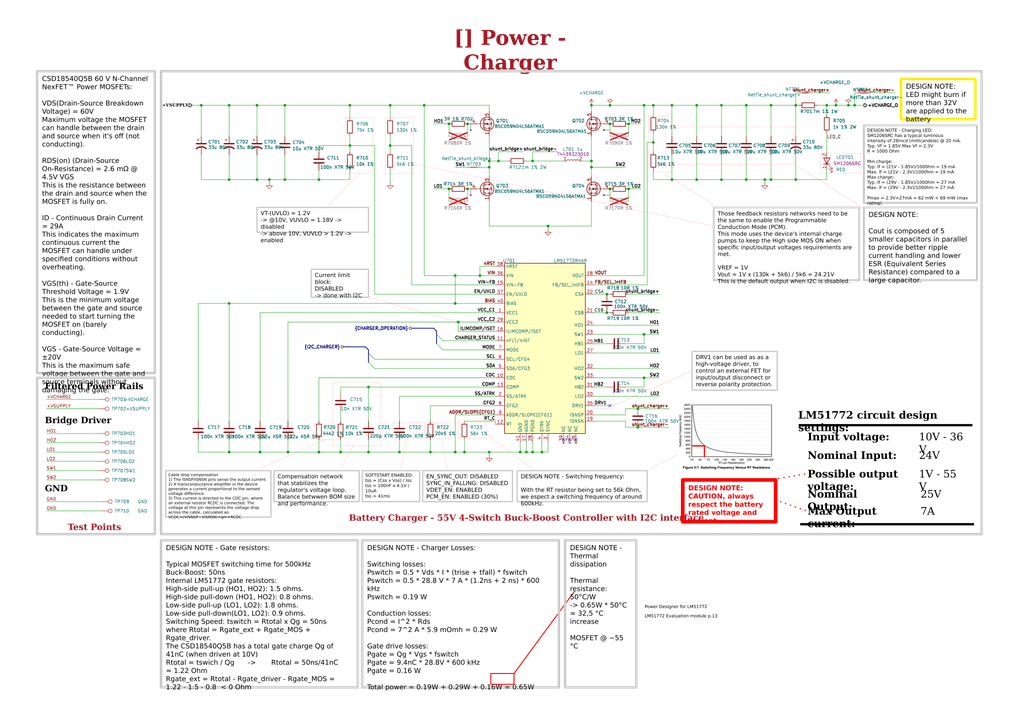
<source format=kicad_sch>
(kicad_sch (version 20231120) (generator "eeschema") (generator_version "8.0")
  (paper "A3")
  (title_block (title "Power - Charger") (date "Last Modified Date") (rev "${REVISION}") (company "${COMPANY}"))
  (bus_alias "CHARGER_OPERATION" (members "MODE" "CHARGER_STATUS"))
  (junction (at 160.02 59.69))
  (junction (at 339.09 43.18))
  (junction (at 316.23 73.66))
  (junction (at 215.9 185.42))
  (junction (at 186.69 124.46))
  (junction (at 106.68 185.42))
  (junction (at 250.19 43.18))
  (junction (at 184.15 50.8))
  (junction (at 204.47 66.04))
  (junction (at 295.91 73.66))
  (junction (at 105.41 43.18))
  (junction (at 242.57 68.58))
  (junction (at 224.79 92.71))
  (junction (at 200.66 185.42))
  (junction (at 187.96 132.08))
  (junction (at 191.77 77.47))
  (junction (at 173.99 43.18))
  (junction (at 130.81 185.42))
  (junction (at 213.36 185.42))
  (junction (at 248.92 128.27))
  (junction (at 242.57 43.18))
  (junction (at 275.59 73.66))
  (junction (at 116.84 73.66))
  (junction (at 93.98 124.46))
  (junction (at 306.07 73.66))
  (junction (at 248.92 120.65))
  (junction (at 160.02 43.18))
  (junction (at 218.44 66.04))
  (junction (at 105.41 73.66))
  (junction (at 285.75 73.66))
  (junction (at 163.83 185.42))
  (junction (at 93.98 185.42))
  (junction (at 110.49 73.66))
  (junction (at 242.57 66.04))
  (junction (at 275.59 43.18))
  (junction (at 313.69 73.66))
  (junction (at 261.62 175.26))
  (junction (at 196.85 113.03))
  (junction (at 151.13 185.42))
  (junction (at 267.97 58.42))
  (junction (at 264.16 43.18))
  (junction (at 285.75 43.18))
  (junction (at 93.98 43.18))
  (junction (at 347.98 43.18))
  (junction (at 143.51 59.69))
  (junction (at 176.53 185.42))
  (junction (at 143.51 43.18))
  (junction (at 264.16 154.94))
  (junction (at 93.98 73.66))
  (junction (at 342.9 43.18))
  (junction (at 261.62 167.64))
  (junction (at 257.81 50.8))
  (junction (at 267.97 43.18))
  (junction (at 184.15 77.47))
  (junction (at 326.39 73.66))
  (junction (at 257.81 77.47))
  (junction (at 200.66 66.04))
  (junction (at 326.39 43.18))
  (junction (at 250.19 77.47))
  (junction (at 250.19 50.8))
  (junction (at 218.44 185.42))
  (junction (at 350.52 43.18))
  (junction (at 139.7 185.42))
  (junction (at 191.77 50.8))
  (junction (at 316.23 43.18))
  (junction (at 306.07 43.18))
  (junction (at 116.84 43.18))
  (junction (at 118.11 185.42))
  (junction (at 151.13 158.75))
  (junction (at 264.16 137.16))
  (junction (at 200.66 68.58))
  (junction (at 130.81 73.66))
  (junction (at 186.69 113.03))
  (junction (at 222.25 185.42))
  (junction (at 295.91 43.18))
  (junction (at 190.5 185.42))
  (junction (at 186.69 185.42))
  (junction (at 82.55 43.18))
  (no_connect (at 250.19 166.37))
  (no_connect (at 236.22 180.34))
  (no_connect (at 231.14 180.34))
  (no_connect (at 233.68 180.34))
  (bus_entry (at 151.13 144.78) (size 2.54 2.54))
  (bus_entry (at 179.07 137.16) (size 2.54 2.54))
  (bus_entry (at 151.13 148.59) (size 2.54 2.54))
  (bus_entry (at 179.07 140.97) (size 2.54 2.54))
  (wire (pts (xy 347.98 43.18) (xy 350.52 43.18)))
  (wire (pts (xy 78.74 43.18) (xy 82.55 43.18)))
  (wire (pts (xy 264.16 43.18) (xy 267.97 43.18)))
  (wire (pts (xy 243.84 113.03) (xy 264.16 113.03)))
  (wire (pts (xy 160.02 59.69) (xy 160.02 62.23)))
  (wire (pts (xy 19.05 189.23) (xy 40.64 189.23)))
  (wire (pts (xy 339.09 54.61) (xy 339.09 62.23)))
  (wire (pts (xy 215.9 66.04) (xy 218.44 66.04)))
  (wire (pts (xy 118.11 132.08) (xy 187.96 132.08)))
  (wire (pts (xy 19.05 167.64) (xy 40.64 167.64)))
  (wire (pts (xy 326.39 73.66) (xy 339.09 73.66)))
  (wire (pts (xy 116.84 43.18) (xy 143.51 43.18)))
  (wire (pts (xy 130.81 154.94) (xy 203.2 154.94)))
  (bus (pts (xy 151.13 144.78) (xy 151.13 148.59)))
  (wire (pts (xy 200.66 82.55) (xy 200.66 92.71)))
  (wire (pts (xy 184.15 50.8) (xy 184.15 55.88)))
  (wire (pts (xy 248.92 128.27) (xy 250.19 128.27)))
  (wire (pts (xy 196.85 68.58) (xy 200.66 68.58)))
  (wire (pts (xy 224.79 92.71) (xy 242.57 92.71)))
  (wire (pts (xy 187.96 132.08) (xy 203.2 132.08)))
  (wire (pts (xy 190.5 185.42) (xy 186.69 185.42)))
  (wire (pts (xy 339.09 43.18) (xy 342.9 43.18)))
  (wire (pts (xy 139.7 168.91) (xy 139.7 172.72)))
  (wire (pts (xy 316.23 73.66) (xy 326.39 73.66)))
  (wire (pts (xy 130.81 180.34) (xy 130.81 185.42)))
  (wire (pts (xy 110.49 73.66) (xy 116.84 73.66)))
  (wire (pts (xy 243.84 162.56) (xy 270.51 162.56)))
  (wire (pts (xy 186.69 170.18) (xy 203.2 170.18)))
  (wire (pts (xy 143.51 43.18) (xy 143.51 48.26)))
  (wire (pts (xy 257.81 128.27) (xy 270.51 128.27)))
  (wire (pts (xy 82.55 43.18) (xy 82.55 55.88)))
  (wire (pts (xy 163.83 180.34) (xy 163.83 185.42)))
  (wire (pts (xy 105.41 63.5) (xy 105.41 73.66)))
  (wire (pts (xy 200.66 66.04) (xy 200.66 68.58)))
  (wire (pts (xy 200.66 66.04) (xy 204.47 66.04)))
  (wire (pts (xy 243.84 140.97) (xy 248.92 140.97)))
  (wire (pts (xy 326.39 43.18) (xy 326.39 55.88)))
  (wire (pts (xy 295.91 63.5) (xy 295.91 73.66)))
  (wire (pts (xy 130.81 154.94) (xy 130.81 172.72)))
  (wire (pts (xy 224.79 92.71) (xy 224.79 93.98)))
  (wire (pts (xy 238.76 66.04) (xy 242.57 66.04)))
  (wire (pts (xy 200.66 55.88) (xy 200.66 66.04)))
  (wire (pts (xy 257.81 120.65) (xy 270.51 120.65)))
  (wire (pts (xy 222.25 181.61) (xy 222.25 185.42)))
  (wire (pts (xy 332.74 38.1) (xy 340.36 38.1)))
  (wire (pts (xy 19.05 193.04) (xy 40.64 193.04)))
  (wire (pts (xy 190.5 172.72) (xy 203.2 172.72)))
  (wire (pts (xy 151.13 185.42) (xy 163.83 185.42)))
  (wire (pts (xy 326.39 43.18) (xy 327.66 43.18)))
  (wire (pts (xy 316.23 43.18) (xy 316.23 55.88)))
  (wire (pts (xy 356.87 38.1) (xy 367.03 38.1)))
  (wire (pts (xy 151.13 158.75) (xy 203.2 158.75)))
  (wire (pts (xy 306.07 63.5) (xy 306.07 73.66)))
  (wire (pts (xy 130.81 59.69) (xy 143.51 59.69)))
  (polyline (pts (xy 144.78 182.88) (xy 139.7 192.405)) (stroke (width 0) (type dot) (color 255 0 0 1)))
  (polyline (pts (xy 349.25 67.31) (xy 353.695 67.31)) (stroke (width 0) (type dot) (color 255 0 0 1)))
  (wire (pts (xy 264.16 137.16) (xy 270.51 137.16)))
  (wire (pts (xy 203.2 172.72) (xy 203.2 173.99)))
  (wire (pts (xy 242.57 66.04) (xy 242.57 68.58)))
  (wire (pts (xy 275.59 63.5) (xy 275.59 73.66)))
  (wire (pts (xy 190.5 180.34) (xy 190.5 185.42)))
  (wire (pts (xy 256.54 158.75) (xy 264.16 158.75)))
  (wire (pts (xy 204.47 62.23) (xy 204.47 66.04)))
  (wire (pts (xy 82.55 43.18) (xy 93.98 43.18)))
  (wire (pts (xy 153.67 59.69) (xy 153.67 120.65)))
  (wire (pts (xy 82.55 73.66) (xy 93.98 73.66)))
  (wire (pts (xy 243.84 133.35) (xy 270.51 133.35)))
  (wire (pts (xy 200.66 92.71) (xy 224.79 92.71)))
  (wire (pts (xy 187.96 132.08) (xy 187.96 135.89)))
  (wire (pts (xy 243.84 158.75) (xy 248.92 158.75)))
  (wire (pts (xy 191.77 50.8) (xy 191.77 55.88)))
  (wire (pts (xy 139.7 158.75) (xy 151.13 158.75)))
  (wire (pts (xy 177.8 77.47) (xy 184.15 77.47)))
  (wire (pts (xy 191.77 77.47) (xy 191.77 82.55)))
  (wire (pts (xy 196.85 109.22) (xy 203.2 109.22)))
  (wire (pts (xy 116.84 63.5) (xy 116.84 73.66)))
  (polyline (pts (xy 210.82 276.225) (xy 235.585 242.57)) (stroke (width 0.381) (type solid) (color 255 0 0 1)))
  (wire (pts (xy 275.59 43.18) (xy 275.59 55.88)))
  (wire (pts (xy 139.7 180.34) (xy 139.7 185.42)))
  (wire (pts (xy 93.98 124.46) (xy 93.98 172.72)))
  (wire (pts (xy 257.81 50.8) (xy 262.89 50.8)))
  (wire (pts (xy 116.84 73.66) (xy 130.81 73.66)))
  (wire (pts (xy 93.98 124.46) (xy 186.69 124.46)))
  (wire (pts (xy 191.77 50.8) (xy 193.04 50.8)))
  (wire (pts (xy 118.11 132.08) (xy 118.11 172.72)))
  (polyline (pts (xy 167.005 179.705) (xy 164.465 192.405)) (stroke (width 0) (type dot) (color 255 0 0 1)))
  (wire (pts (xy 190.5 185.42) (xy 200.66 185.42)))
  (wire (pts (xy 256.54 68.58) (xy 242.57 68.58)))
  (wire (pts (xy 19.05 181.61) (xy 40.64 181.61)))
  (wire (pts (xy 265.43 58.42) (xy 267.97 58.42)))
  (wire (pts (xy 130.81 185.42) (xy 139.7 185.42)))
  (wire (pts (xy 186.69 170.18) (xy 186.69 185.42)))
  (wire (pts (xy 19.05 185.42) (xy 40.64 185.42)))
  (wire (pts (xy 326.39 38.1) (xy 327.66 38.1)))
  (wire (pts (xy 339.09 43.18) (xy 339.09 46.99)))
  (wire (pts (xy 256.54 140.97) (xy 264.16 140.97)))
  (wire (pts (xy 105.41 43.18) (xy 116.84 43.18)))
  (wire (pts (xy 173.99 43.18) (xy 200.66 43.18)))
  (bus (pts (xy 140.97 142.24) (xy 149.86 142.24)))
  (wire (pts (xy 256.54 167.64) (xy 256.54 170.18)))
  (wire (pts (xy 143.51 43.18) (xy 160.02 43.18)))
  (wire (pts (xy 275.59 43.18) (xy 285.75 43.18)))
  (wire (pts (xy 342.9 43.18) (xy 347.98 43.18)))
  (wire (pts (xy 176.53 166.37) (xy 203.2 166.37)))
  (wire (pts (xy 81.28 124.46) (xy 93.98 124.46)))
  (wire (pts (xy 186.69 124.46) (xy 203.2 124.46)))
  (wire (pts (xy 19.05 177.8) (xy 40.64 177.8)))
  (wire (pts (xy 106.68 180.34) (xy 106.68 185.42)))
  (polyline (pts (xy 218.44 192.405) (xy 199.39 177.8)) (stroke (width 0) (type dot) (color 255 0 0 1)))
  (wire (pts (xy 306.07 43.18) (xy 316.23 43.18)))
  (wire (pts (xy 200.66 186.69) (xy 200.66 185.42)))
  (wire (pts (xy 160.02 43.18) (xy 173.99 43.18)))
  (wire (pts (xy 82.55 63.5) (xy 82.55 73.66)))
  (wire (pts (xy 326.39 63.5) (xy 326.39 73.66)))
  (polyline (pts (xy 288.925 187.325) (xy 288.925 182.88)) (stroke (width 0.508) (type solid) (color 255 0 0 1)))
  (wire (pts (xy 130.81 69.85) (xy 130.81 73.66)))
  (wire (pts (xy 261.62 167.64) (xy 274.32 167.64)))
  (wire (pts (xy 243.84 120.65) (xy 248.92 120.65)))
  (wire (pts (xy 257.81 77.47) (xy 262.89 77.47)))
  (wire (pts (xy 261.62 175.26) (xy 274.32 175.26)))
  (wire (pts (xy 153.67 120.65) (xy 203.2 120.65)))
  (wire (pts (xy 200.66 68.58) (xy 200.66 72.39)))
  (wire (pts (xy 215.9 181.61) (xy 215.9 185.42)))
  (polyline (pts (xy 147.32 71.12) (xy 133.985 85.09)) (stroke (width 0) (type dot) (color 255 0 0 1)))
  (wire (pts (xy 163.83 162.56) (xy 163.83 172.72)))
  (wire (pts (xy 267.97 43.18) (xy 267.97 46.99)))
  (wire (pts (xy 285.75 63.5) (xy 285.75 73.66)))
  (wire (pts (xy 163.83 185.42) (xy 176.53 185.42)))
  (wire (pts (xy 218.44 62.23) (xy 228.6 62.23)))
  (wire (pts (xy 215.9 185.42) (xy 218.44 185.42)))
  (wire (pts (xy 93.98 43.18) (xy 93.98 55.88)))
  (wire (pts (xy 243.84 151.13) (xy 270.51 151.13)))
  (wire (pts (xy 248.92 120.65) (xy 250.19 120.65)))
  (wire (pts (xy 118.11 185.42) (xy 130.81 185.42)))
  (wire (pts (xy 118.11 180.34) (xy 118.11 185.42)))
  (wire (pts (xy 285.75 73.66) (xy 295.91 73.66)))
  (wire (pts (xy 243.84 137.16) (xy 264.16 137.16)))
  (wire (pts (xy 168.91 59.69) (xy 168.91 116.84)))
  (wire (pts (xy 256.54 172.72) (xy 243.84 172.72)))
  (wire (pts (xy 335.28 43.18) (xy 339.09 43.18)))
  (wire (pts (xy 242.57 43.18) (xy 242.57 45.72)))
  (polyline (pts (xy 319.405 196.215) (xy 330.835 194.31)) (stroke (width 0.508) (type dot) (color 255 0 0 1)))
  (wire (pts (xy 187.96 135.89) (xy 203.2 135.89)))
  (wire (pts (xy 81.28 180.34) (xy 81.28 185.42)))
  (wire (pts (xy 350.52 38.1) (xy 350.52 43.18)))
  (wire (pts (xy 306.07 73.66) (xy 313.69 73.66)))
  (wire (pts (xy 143.51 59.69) (xy 143.51 62.23)))
  (wire (pts (xy 143.51 55.88) (xy 143.51 59.69)))
  (wire (pts (xy 242.57 55.88) (xy 242.57 66.04)))
  (polyline (pts (xy 133.35 180.34) (xy 106.045 192.405)) (stroke (width 0) (type dot) (color 255 0 0 1)))
  (wire (pts (xy 267.97 73.66) (xy 275.59 73.66)))
  (wire (pts (xy 151.13 158.75) (xy 151.13 172.72)))
  (wire (pts (xy 93.98 180.34) (xy 93.98 185.42)))
  (wire (pts (xy 110.49 73.66) (xy 110.49 74.93)))
  (wire (pts (xy 196.85 113.03) (xy 203.2 113.03)))
  (wire (pts (xy 313.69 73.66) (xy 316.23 73.66)))
  (wire (pts (xy 81.28 185.42) (xy 93.98 185.42)))
  (wire (pts (xy 257.81 50.8) (xy 257.81 55.88)))
  (wire (pts (xy 19.05 196.85) (xy 40.64 196.85)))
  (wire (pts (xy 326.39 38.1) (xy 326.39 43.18)))
  (wire (pts (xy 256.54 170.18) (xy 243.84 170.18)))
  (polyline (pts (xy 187.96 132.08) (xy 151.13 121.92)) (stroke (width 0) (type dot) (color 255 0 0 1)))
  (polyline (pts (xy 277.495 186.69) (xy 266.065 192.405)) (stroke (width 0) (type dot) (color 255 0 0 1)))
  (wire (pts (xy 270.51 154.94) (xy 264.16 154.94)))
  (wire (pts (xy 191.77 77.47) (xy 193.04 77.47)))
  (wire (pts (xy 176.53 166.37) (xy 176.53 172.72)))
  (wire (pts (xy 243.84 116.84) (xy 265.43 116.84)))
  (wire (pts (xy 243.84 144.78) (xy 270.51 144.78)))
  (wire (pts (xy 139.7 158.75) (xy 139.7 161.29)))
  (wire (pts (xy 264.16 137.16) (xy 264.16 140.97)))
  (polyline (pts (xy 288.925 182.88) (xy 283.845 182.88)) (stroke (width 0.508) (type solid) (color 255 0 0 1)))
  (wire (pts (xy 218.44 181.61) (xy 218.44 185.42)))
  (wire (pts (xy 176.53 185.42) (xy 186.69 185.42)))
  (wire (pts (xy 19.05 205.74) (xy 41.91 205.74)))
  (wire (pts (xy 295.91 43.18) (xy 306.07 43.18)))
  (wire (pts (xy 275.59 73.66) (xy 285.75 73.66)))
  (polyline (pts (xy 292.735 92.71) (xy 170.18 67.31)) (stroke (width 0) (type dot) (color 255 0 0 1)))
  (wire (pts (xy 160.02 59.69) (xy 168.91 59.69)))
  (wire (pts (xy 267.97 43.18) (xy 275.59 43.18)))
  (wire (pts (xy 256.54 175.26) (xy 256.54 172.72)))
  (bus (pts (xy 179.07 137.16) (xy 179.07 140.97)))
  (wire (pts (xy 295.91 43.18) (xy 295.91 55.88)))
  (wire (pts (xy 224.79 181.61) (xy 224.79 185.42)))
  (wire (pts (xy 316.23 43.18) (xy 326.39 43.18)))
  (wire (pts (xy 19.05 163.83) (xy 40.64 163.83)))
  (wire (pts (xy 143.51 69.85) (xy 143.51 73.66)))
  (wire (pts (xy 250.19 77.47) (xy 250.19 82.55)))
  (wire (pts (xy 243.84 166.37) (xy 250.19 166.37)))
  (wire (pts (xy 242.57 68.58) (xy 242.57 72.39)))
  (wire (pts (xy 250.19 50.8) (xy 250.19 55.88)))
  (polyline (pts (xy 293.37 84.455) (xy 272.415 71.12)) (stroke (width 0) (type dot) (color 255 0 0 1)))
  (wire (pts (xy 295.91 73.66) (xy 306.07 73.66)))
  (wire (pts (xy 168.91 116.84) (xy 203.2 116.84)))
  (bus (pts (xy 151.13 143.51) (xy 151.13 144.78)))
  (wire (pts (xy 153.67 151.13) (xy 203.2 151.13)))
  (wire (pts (xy 186.69 113.03) (xy 186.69 124.46)))
  (wire (pts (xy 130.81 59.69) (xy 130.81 62.23)))
  (wire (pts (xy 213.36 185.42) (xy 215.9 185.42)))
  (wire (pts (xy 256.54 167.64) (xy 261.62 167.64)))
  (wire (pts (xy 243.84 154.94) (xy 264.16 154.94)))
  (wire (pts (xy 250.19 43.18) (xy 264.16 43.18)))
  (wire (pts (xy 173.99 113.03) (xy 186.69 113.03)))
  (wire (pts (xy 105.41 43.18) (xy 105.41 55.88)))
  (wire (pts (xy 105.41 73.66) (xy 110.49 73.66)))
  (wire (pts (xy 242.57 43.18) (xy 250.19 43.18)))
  (wire (pts (xy 243.84 128.27) (xy 248.92 128.27)))
  (wire (pts (xy 93.98 63.5) (xy 93.98 73.66)))
  (wire (pts (xy 257.81 77.47) (xy 257.81 82.55)))
  (wire (pts (xy 173.99 43.18) (xy 173.99 113.03)))
  (wire (pts (xy 181.61 139.7) (xy 203.2 139.7)))
  (wire (pts (xy 264.16 43.18) (xy 264.16 113.03)))
  (wire (pts (xy 218.44 66.04) (xy 231.14 66.04)))
  (wire (pts (xy 186.69 68.58) (xy 191.77 68.58)))
  (wire (pts (xy 177.8 50.8) (xy 184.15 50.8)))
  (wire (pts (xy 350.52 43.18) (xy 354.33 43.18)))
  (bus (pts (xy 168.91 134.62) (xy 177.8 134.62)))
  (wire (pts (xy 176.53 180.34) (xy 176.53 185.42)))
  (wire (pts (xy 93.98 185.42) (xy 106.68 185.42)))
  (wire (pts (xy 285.75 43.18) (xy 285.75 55.88)))
  (wire (pts (xy 267.97 69.85) (xy 267.97 73.66)))
  (wire (pts (xy 218.44 62.23) (xy 218.44 66.04)))
  (wire (pts (xy 184.15 77.47) (xy 184.15 82.55)))
  (wire (pts (xy 81.28 124.46) (xy 81.28 172.72)))
  (wire (pts (xy 200.66 185.42) (xy 213.36 185.42)))
  (bus (pts (xy 151.13 143.51) (xy 149.86 142.24)))
  (wire (pts (xy 264.16 154.94) (xy 264.16 158.75)))
  (wire (pts (xy 163.83 162.56) (xy 203.2 162.56)))
  (wire (pts (xy 160.02 43.18) (xy 160.02 48.26)))
  (wire (pts (xy 186.69 113.03) (xy 196.85 113.03)))
  (wire (pts (xy 285.75 43.18) (xy 295.91 43.18)))
  (polyline (pts (xy 318.135 205.105) (xy 330.835 209.55)) (stroke (width 0.508) (type dot) (color 255 0 0 1)))
  (wire (pts (xy 265.43 58.42) (xy 265.43 116.84)))
  (wire (pts (xy 153.67 147.32) (xy 203.2 147.32)))
  (bus (pts (xy 179.07 135.89) (xy 179.07 137.16)))
  (wire (pts (xy 242.57 82.55) (xy 242.57 92.71)))
  (wire (pts (xy 350.52 38.1) (xy 351.79 38.1)))
  (polyline (pts (xy 353.695 85.09) (xy 325.755 67.31)) (stroke (width 0) (type dot) (color 255 0 0 1)))
  (wire (pts (xy 222.25 185.42) (xy 224.79 185.42)))
  (wire (pts (xy 306.07 43.18) (xy 306.07 55.88)))
  (wire (pts (xy 106.68 128.27) (xy 106.68 172.72)))
  (wire (pts (xy 313.69 74.93) (xy 313.69 73.66)))
  (wire (pts (xy 93.98 73.66) (xy 105.41 73.66)))
  (wire (pts (xy 267.97 54.61) (xy 267.97 58.42)))
  (wire (pts (xy 218.44 185.42) (xy 222.25 185.42)))
  (wire (pts (xy 200.66 43.18) (xy 200.66 45.72)))
  (wire (pts (xy 19.05 209.55) (xy 41.91 209.55)))
  (wire (pts (xy 256.54 175.26) (xy 261.62 175.26)))
  (wire (pts (xy 204.47 62.23) (xy 214.63 62.23)))
  (wire (pts (xy 339.09 69.85) (xy 339.09 73.66)))
  (wire (pts (xy 196.85 109.22) (xy 196.85 113.03)))
  (wire (pts (xy 139.7 185.42) (xy 151.13 185.42)))
  (wire (pts (xy 316.23 63.5) (xy 316.23 73.66)))
  (wire (pts (xy 106.68 185.42) (xy 118.11 185.42)))
  (wire (pts (xy 267.97 58.42) (xy 267.97 62.23)))
  (wire (pts (xy 130.81 73.66) (xy 143.51 73.66)))
  (polyline (pts (xy 251.46 166.37) (xy 283.21 152.4)) (stroke (width 0) (type dot) (color 255 0 0 1)))
  (wire (pts (xy 204.47 66.04) (xy 208.28 66.04)))
  (polyline (pts (xy 180.975 180.34) (xy 183.515 192.405)) (stroke (width 0) (type dot) (color 255 0 0 1)))
  (wire (pts (xy 106.68 128.27) (xy 203.2 128.27)))
  (wire (pts (xy 213.36 181.61) (xy 213.36 185.42)))
  (bus (pts (xy 179.07 135.89) (xy 177.8 134.62)))
  (wire (pts (xy 160.02 69.85) (xy 160.02 74.93)))
  (wire (pts (xy 116.84 43.18) (xy 116.84 55.88)))
  (wire (pts (xy 143.51 59.69) (xy 153.67 59.69)))
  (wire (pts (xy 160.02 55.88) (xy 160.02 59.69)))
  (wire (pts (xy 181.61 143.51) (xy 203.2 143.51)))
  (wire (pts (xy 93.98 43.18) (xy 105.41 43.18)))
  (wire (pts (xy 151.13 180.34) (xy 151.13 185.42)))
  (rectangle (start 161.29 173.355) (end 173.99 179.705) (stroke (width 0) (type dot) (color 255 0 0 1)))
  (rectangle (start 328.295 214.63) (end 399.415 215.392) (stroke (width 0) (color 0 0 0 1)) (fill (type color) (color 0 0 0 1)))
  (rectangle (start 128.905 173.99) (end 139.065 180.34) (stroke (width 0) (type dot) (color 255 0 0 1)))
  (rectangle (start 266.065 47.625) (end 275.59 70.485) (stroke (width 0) (type dot) (color 255 0 0 1)))
  (rectangle (start 15.24 154.94) (end 63.5 219.075) (stroke (width 1) (color 200 200 200 1)))
  (rectangle (start 187.96 173.355) (end 199.39 179.705) (stroke (width 0) (type dot) (color 255 0 0 1)))
  (rectangle (start 158.115 48.26) (end 169.545 71.12) (stroke (width 0) (type dot) (color 255 0 0 1)))
  (rectangle (start 174.625 173.355) (end 184.785 179.705) (stroke (width 0) (type dot) (color 255 0 0 1)))
  (rectangle (start 141.605 48.26) (end 153.035 71.12) (stroke (width 0) (type dot) (color 255 0 0 1)))
  (rectangle (start 66.04 29.21) (end 402.59 219.075) (stroke (width 1) (color 200 200 200 1)))
  (rectangle (start 273.05 52.07) (end 325.755 67.31) (stroke (width 0) (type dot) (color 255 0 0 1)))
  (rectangle (start 201.295 276.225) (end 210.82 280.67) (stroke (width 0.381) (color 255 0 0 1)))
  (rectangle (start 327.66 173.99) (end 398.78 174.752) (stroke (width 0) (color 0 0 0 1)) (fill (type color) (color 0 0 0 1)))
  (rectangle (start 243.84 163.83) (end 251.46 167.64) (stroke (width 0) (type dot) (color 255 0 0 1)))
  (rectangle (start 336.55 62.865) (end 353.06 71.12) (stroke (width 0) (type dot) (color 255 0 0 1)))
  (rectangle (start 136.525 156.845) (end 156.21 182.88) (stroke (width 0) (type dot) (color 255 0 0 1)))
  (image (at 297.815 179.07) (scale 0.117923))
  (text_box "1V - 55 V" (at 374.65 190.5 0) (size 24.13 7.62) (stroke (width -0.0001)) (effects (font (size 3.048 3.048)) (justify left top)))
  (text_box "Bridge Driver" (at 16.51 166.37 0) (size 64.77 9.525) (stroke (width -0.0001)) (effects (font (size 2.54 2.54) (thickness 0.508) (bold yes)) (justify left bottom)))
  (text_box "Compensation network that stabilizes the regulator's voltage loop. Balance betwwen BOM size and performance." (at 112.395 193.04 0) (size 34.925 12.7) (stroke (width 0.508) (color 200 200 200 1)) (effects (font (size 1.651 1.651)) (justify left top)))
  (text_box "GND" (at 16.51 195.58 0) (size 45.72 8.255) (stroke (width -0.0001)) (effects (font (size 2.54 2.54) (thickness 0.508) (bold yes)) (justify left bottom)))
  (text_box "DESIGN NOTE - Charging LED:\nSM1206SRC has a typical luminous \nintensity of 28mcd (millicandela) @ 20 mA.\nTyp. Vf = 1.85V Max Vf = 2.3V\nR = 1000 Ohm\n\nMin charge:\nTyp. If = (21V - 1.85V)/1000hm ≈ 19 mA\nMax. If = (21V - 2.3V)/1000hm ≈ 19 mA\nMax charge:\nTyp. If = (29V - 1.85V)/1000hm ≈ 27 mA\nMax. If = (29V - 2.3V)/1000hm ≈ 27 mA\n\nPmax = 2.3V×27mA ≈ 62 mW < 69 mW (max rating)" (at 354.33 51.435 0) (size 46.355 31.75) (stroke (width 0.8) (color 200 200 200 1)) (effects (font (size 1.27 1.27)) (justify left top)))
  (text_box "DESIGN NOTE:\nLED might burn if more than 32V are applied to the battery" (at 369.57 32.385 0) (size 30.48 16.51) (stroke (width 1) (color 250 236 0 1)) (effects (font (size 2 2)) (justify left top)))
  (text_box "DESIGN NOTE - Gate resistors:\n\nTypical MOSFET switching time for 500kHz Buck-Boost: 50ns\nInternal LM51772 gate resistors: \nHigh-side pull-up (HO1, HO2): 1.5 ohms.\nHigh-side pull-down (HO1, HO2): 0.8 ohms.\nLow-side pull-up (LO1, LO2): 1.8 ohms.\nLow-side pull-down(LO1, LO2): 0.9 ohms​.\nSwitching Speed: tswitch = Rtotal x Qg = 50ns\nwhere Rtotal = Rgate_ext + Rgate_MOS + Rgate_driver. \nThe CSD18540Q5B has a total gate charge Qg of 41nC (when driven at 10V)\nRtotal = tswich / Qg		-> 		Rtotal = 50ns/41nC ≈ 1.22 Ohm\nRgate_ext = Rtotal - Rgate_driver - Rgate_MOS = 1.22 - 1.5 - 0.8  < 0 Ohm \n\n" (at 66.04 221.615 0) (size 80.645 60.325) (stroke (width 1) (color 200 200 200 1)) (effects (font (size 2 2)) (justify left top)))
  (text_box "Current limit block:\nDISABLED\n-> done with I2C" (at 127.635 110.49 0) (size 23.495 11.43) (stroke (width 0.508) (color 200 200 200 1)) (effects (font (size 1.651 1.651)) (justify left top)))
  (text_box "LM51772 circuit design settings:" (at 325.12 166.37 0) (size 73.66 7.62) (stroke (width -0.0001)) (effects (font (size 3.048 3.048) (thickness 0.4572) (bold yes)) (justify left top)))
  (text_box "DRV1 can be used as as a high-voltage driver, to control an external FET for input/output disconnect or reverse polarity protection." (at 283.845 144.145 0) (size 34.925 15.875) (stroke (width 0.508) (color 200 200 200 1)) (effects (font (size 1.651 1.651)) (justify left top)))
  (text_box "7A" (at 375.285 205.74 0) (size 24.13 7.62) (stroke (width -0.0001)) (effects (font (size 3.048 3.048)) (justify left top)))
  (text_box "DESIGN NOTE - Switching frequency:\n\nWith the RT resistor being set to 56k Ohm, we espect a switching frequency of around 600kHz." (at 212.09 193.04 0) (size 53.34 12.7) (stroke (width 0.508) (color 200 200 200 1)) (effects (font (size 1.651 1.651)) (justify left top)))
  (text_box "Nominal Input:" (at 328.93 182.88 0) (size 43.18 7.62) (stroke (width -0.0001)) (effects (font (size 3.048 3.048) (thickness 0.4572) (bold yes)) (justify left top)))
  (text_box "Input voltage:" (at 328.93 175.26 0) (size 41.91 7.62) (stroke (width -0.0001)) (effects (font (size 3.048 3.048) (thickness 0.4572) (bold yes)) (justify left top)))
  (text_box "Possible output voltage:" (at 328.93 190.5 0) (size 49.53 6.985) (stroke (width -0.0001)) (effects (font (size 3.048 3.048) (thickness 0.4572) (bold yes)) (justify left top)))
  (text_box "DESIGN NOTE:\n\nCout is composed of 5 smaller capacitors in parallel to provide better ripple current handling and lower ESR (Equivalent Series Resistance) compared to a large capacitor." (at 354.33 85.09 0) (size 46.355 29.845) (stroke (width 0.762) (color 200 200 200 1)) (effects (font (size 2 2)) (justify left top)))
  (text_box "Test Points" (at 15.24 210.185 0) (size 46.99 9.525) (stroke (width -0.0001)) (effects (font (size 2.54 2.54) (thickness 0.508) (bold yes)) (justify bottom)))
  (text_box "DESIGN NOTE:\nCAUTION, always respect the battery rated voltage and current." (at 280.035 196.85 0) (size 38.1 17.145) (stroke (width 1.5) (color 255 0 0 1)) (effects (font (size 2 2) (thickness 0.4) (bold yes)) (justify left top)))
  (text_box "VT-(UVLO) = 1.2V\n-> @10V, VUVLO = 1.18V -> disabled\n-> above 10V, VUVLO > 1.2V -> enabled" (at 105.41 85.09 0) (size 45.72 10.16) (stroke (width 0.508) (color 200 200 200 1)) (effects (font (size 1.651 1.651)) (justify left top)))
  (text_box "Nominal Output:" (at 328.93 198.755 0) (size 41.91 7.62) (stroke (width -0.0001)) (effects (font (size 3.048 3.048) (thickness 0.4572) (bold yes)) (justify left top)))
  (text_box "DESIGN NOTE - Thermal dissipation\n\nThermal resistance:\n50°C/W\n-> 0.65W * 50°C\n= 32,5 °C increase\n\nMOSFET @ ~55 °C \n" (at 231.775 221.615 0) (size 29.21 60.325) (stroke (width 1) (color 200 200 200 1)) (effects (font (size 2 2)) (justify left top)))
  (text_box "24V" (at 374.65 182.88 0) (size 24.13 7.62) (stroke (width -0.0001)) (effects (font (size 3.048 3.048)) (justify left top)))
  (text_box "[${#}] ${TITLE}" (at 161.29 14.605 0) (size 95.885 12.7) (stroke (width -0.0001)) (effects (font (size 6 6) (thickness 1.2) (bold yes))))
  (text_box "25V" (at 375.285 198.755 0) (size 24.13 7.62) (stroke (width -0.0001)) (effects (font (size 3.048 3.048)) (justify left top)))
  (text_box "Cable drop compensation\n1) The ISNSP/ISNSN pins sense the output current.\n2) A transconductance amplifier in the device generates a current proportional to the sensed voltage difference.\n3) This current is directed to the CDC pin, where an external resistor RCDC is connected. The voltage at this pin represents the voltage drop across the cable, calculated as:\nVCDC=(VISNSP−VISNSN)×gm×RCDC\n " (at 67.945 193.04 0) (size 43.18 19.05) (stroke (width 0.508) (color 200 200 200 1)) (effects (font (size 1.143 1.143)) (justify left top)))
  (text_box "Max Output current:" (at 328.93 205.74 0) (size 44.45 7.62) (stroke (width -0.0001)) (effects (font (size 3.048 3.048) (thickness 0.4572) (bold yes)) (justify left top)))
  (text_box "SOFTSTART ENABLED:\ntss = (Css x Vss) / Iss\ntss = 100nF x 4.1V / 10uA\ntss = 41ms" (at 148.59 193.04 0) (size 23.495 12.7) (stroke (width 0.508) (color 200 200 200 1)) (effects (font (size 1.27 1.27)) (justify left top)))
  (text_box "Filtered Power Rails" (at 16.51 152.4 0) (size 64.77 9.525) (stroke (width -0.0001)) (effects (font (size 2.54 2.54) (thickness 0.508) (bold yes)) (justify left bottom)))
  (text_box "Those feedback resistors networks need to be the same to enable the Programmable Conduction Mode (PCM).\nThis mode uses the device's internal charge pumps to keep the High side MOS ON when specific input/output voltages requirements are met.\n\nVREF = 1V\nVout = 1V x (130k + 5k6) / 5k6 = 24.21V\nThis is the default output when I2C is disabled." (at 292.735 85.09 0) (size 59.69 29.845) (stroke (width 0.762) (color 200 200 200 1)) (effects (font (size 1.651 1.651)) (justify left top)))
  (text_box "CSD18540Q5B 60 V N-Channel NexFET™ Power MOSFETs:\n\nVDS(Drain-Source Breakdown Voltage) = 60V\nMaximum voltage the MOSFET can handle between the drain and source when it's off (not conducting).\n\nRDS(on) (Drain-Source On-Resistance) = 2.6 mΩ @ 4.5V VGS\nThis is the resistance between the drain and source when the MOSFET is fully on.\n\nID - Continuous Drain Current = 29A\nThis indicates the maximum continuous current the MOSFET can handle under specified conditions without overheating. \n\nVGS(th) - Gate-Source Threshold Voltage = 1.9V\nThis is the minimum voltage between the gate and source needed to start turning the MOSFET on (barely conducting). \n\nVGS - Gate-Source Voltage = ±20V\nThis is the maximum safe voltage between the gate and source terminals without damaging the gate." (at 15.24 29.21 0) (size 48.26 123.825) (stroke (width 1) (color 200 200 200 1)) (effects (font (size 2 2)) (justify left top)))
  (text_box "Battery Charger - 55V 4-Switch Buck-Boost Controller with I2C interface" (at 120.65 208.28 0) (size 190.5 7.62) (stroke (width -0.0001)) (effects (font (size 2.54 2.54) (thickness 0.508) (bold yes)) (justify bottom)))
  (text_box "EN_SYNC_OUT: DISABLED\nSYNC_IN_FALLING: DISABLED\nVDET_EN: ENABLED\nPCM_EN: ENABLED (30%)" (at 173.355 193.04 0) (size 36.83 12.7) (stroke (width 0.508) (color 200 200 200 1)) (effects (font (size 1.651 1.651)) (justify left top)))
  (text_box "10V - 36 V" (at 374.65 175.26 0) (size 24.13 7.62) (stroke (width -0.0001)) (effects (font (size 3.048 3.048)) (justify left top)))
  (text_box "DESIGN NOTE - Charger Losses:\n\nSwitching losses:\nPswitch = 0.5 * Vds * I * (trise + tfall) * fswitch\nPswitch = 0.5 * 28.8 V * 7 A * (1.2ns + 2 ns) * 600 kHz\nPswitch = 0.19 W\n\nConduction losses:\nPcond = I^2 * Rds\nPcond = 7^2 A * 5.9 mOmh = 0.29 W\n\nGate drive losses:\nPgate = Qg * Vgs * fswitch\nPgate = 9.4nC * 28.8V * 600 kHz\nPgate = 0.16 W\n\nTotal power = 0.19W + 0.29W + 0.16W = 0.65W" (at 148.59 221.615 0) (size 80.645 60.325) (stroke (width 1) (color 200 200 200 1)) (effects (font (size 2 2)) (justify left top)))
  (text "LM51772 Evaluation module p.13" (at 264.414 254 0) (effects (font (size 1.27 1.27)) (justify left bottom)))
  (text "Power Designer for LM51772" (at 264.414 250.19 0) (effects (font (size 1.27 1.27)) (justify left bottom)))
  (label "HB1" (at 247.65 140.97 180) (effects (font (thickness 0.254) (bold yes))))
  (label "CSA" (at 247.65 120.65 180))
  (label "SW2" (at 19.05 196.85 0))
  (label "SDA" (at 203.2 151.13 180) (effects (font (thickness 0.254) (bold yes))))
  (label "COMP" (at 203.2 158.75 180) (effects (font (thickness 0.254) (bold yes))))
  (label "SW1" (at 186.69 68.58 0) (effects (font (thickness 0.254) (bold yes))))
  (label "HO2" (at 19.05 181.61 0))
  (label "FB{slash}SEL_intFB" (at 243.84 116.84 0) (effects (font (thickness 0.254) (bold yes))))
  (label "BIAS" (at 203.2 124.46 180) (effects (font (thickness 0.254) (bold yes))))
  (label "MODE" (at 203.2 143.51 180) (effects (font (thickness 0.254) (bold yes))))
  (label "VOUT" (at 243.84 113.03 0) (effects (font (thickness 0.254) (bold yes))))
  (label "LED_C" (at 339.09 57.15 0))
  (label "CDC" (at 203.2 154.94 180) (effects (font (thickness 0.254) (bold yes))))
  (label "shunt_charger-" (at 367.03 38.1 180) (effects (font (thickness 0.254) (bold yes))) (property "Netclass" "Power Charge" (effects (hide yes))))
  (label "SW2" (at 256.54 68.58 180) (effects (font (thickness 0.254) (bold yes))))
  (label "SCL" (at 203.2 147.32 180) (effects (font (thickness 0.254) (bold yes))))
  (label "LO2" (at 262.89 77.47 180) (effects (font (thickness 0.254) (bold yes))))
  (label "VIN-FB" (at 203.2 116.84 180) (effects (font (thickness 0.254) (bold yes))))
  (label "shunt_bridge+" (at 270.51 120.65 180) (effects (font (thickness 0.254) (bold yes))))
  (label "CFG2" (at 203.2 166.37 180) (effects (font (thickness 0.254) (bold yes))))
  (label "SW1" (at 270.51 137.16 180) (effects (font (thickness 0.254) (bold yes))))
  (label "shunt_charger+" (at 340.36 38.1 180) (effects (font (thickness 0.254) (bold yes))) (property "Netclass" "Power Charge" (effects (hide yes))))
  (label "HO2" (at 262.89 50.8 180) (effects (font (thickness 0.254) (bold yes))))
  (label "LO1" (at 19.05 185.42 0))
  (label "HO1" (at 19.05 177.8 0))
  (label "shunt_bridge-" (at 270.51 128.27 180) (effects (font (thickness 0.254) (bold yes))))
  (label "DRV1" (at 248.92 166.37 180) (effects (font (thickness 0.254) (bold yes))))
  (label "SW1" (at 19.05 193.04 0))
  (label "shunt_charger+" (at 274.32 167.64 180) (effects (font (thickness 0.254) (bold yes))) (property "Netclass" "Power Charge" (effects (hide yes))))
  (label "shunt_charger-" (at 274.32 175.26 180) (effects (font (thickness 0.254) (bold yes))) (property "Netclass" "Power Charge" (effects (hide yes))))
  (label "GND" (at 19.05 205.74 0) (property "Netclass" "GND" (effects (hide yes))))
  (label "+VSUPPLY" (at 19.05 167.64 0) (property "Netclass" "Power Supply" (effects (hide yes))))
  (label "LO1" (at 177.8 77.47 0) (effects (font (thickness 0.254) (bold yes))))
  (label "HO2" (at 270.51 151.13 180) (effects (font (thickness 0.254) (bold yes))))
  (label "HO1" (at 270.51 133.35 180) (effects (font (thickness 0.254) (bold yes))))
  (label "LO2" (at 19.05 189.23 0))
  (label "SS{slash}ATRK" (at 203.2 162.56 180) (effects (font (thickness 0.254) (bold yes))))
  (label "LO2" (at 270.51 162.56 180) (effects (font (thickness 0.254) (bold yes))))
  (label "VCC_C2" (at 203.2 132.08 180) (effects (font (thickness 0.254) (bold yes))))
  (label "CHARGER_STATUS" (at 203.2 139.7 180) (effects (font (thickness 0.254) (bold yes))))
  (label "ADDR{slash}SLOPE(CFG1)" (at 203.2 170.18 180) (effects (font (thickness 0.254) (bold yes))))
  (label "LO1" (at 270.51 144.78 180) (effects (font (thickness 0.254) (bold yes))))
  (label "GND" (at 19.05 209.55 0) (property "Netclass" "GND" (effects (hide yes))))
  (label "RT_C" (at 203.2 172.72 180) (effects (font (thickness 0.254) (bold yes))))
  (label "VCC_C1" (at 203.2 128.27 180) (effects (font (thickness 0.254) (bold yes))))
  (label "SW2" (at 270.51 154.94 180) (effects (font (thickness 0.254) (bold yes))))
  (label "+VCHARGE" (at 19.05 163.83 0) (property "Netclass" "Power Charge" (effects (hide yes))))
  (label "HB2" (at 247.65 158.75 180) (effects (font (thickness 0.254) (bold yes))))
  (label "EN{slash}UVLO" (at 203.2 120.65 180) (effects (font (thickness 0.254) (bold yes))))
  (label "HO1" (at 177.8 50.8 0) (effects (font (thickness 0.254) (bold yes))))
  (label "nRST" (at 203.2 109.22 180) (effects (font (thickness 0.254) (bold yes))))
  (label "ILIMCOMP{slash}ISET" (at 203.2 135.89 180) (effects (font (thickness 0.254) (bold yes))))
  (label "shunt_bridge-" (at 228.6 62.23 180) (effects (font (thickness 0.254) (bold yes))))
  (label "shunt_bridge+" (at 214.63 62.23 180) (effects (font (thickness 0.254) (bold yes))))
  (label "CSB" (at 247.65 128.27 180))
  (label "VIN" (at 203.2 113.03 180) (effects (font (thickness 0.254) (bold yes))))
  (hierarchical_label "+VSUPPLY" (shape input) (at 78.74 43.18 180) (effects (font (thickness 0.254) (bold yes))) (property "Netclass" "Power Supply" (effects (hide yes))))
  (hierarchical_label "{I2C_CHARGER}" (shape bidirectional) (at 140.97 142.24 180) (effects (font (thickness 0.254) (bold yes))))
  (hierarchical_label "+VCHARGE_O" (shape output) (at 354.33 43.18 0) (effects (font (thickness 0.254) (bold yes))) (property "Netclass" "Power Charge" (effects (hide yes))))
  (hierarchical_label "{CHARGER_OPERATION}" (shape bidirectional) (at 168.91 134.62 180) (effects (font (thickness 0.254) (bold yes))))
  (netclass_flag "" (length 2.54) (shape dot) (at 250.19 53.34 90) (property "Netclass" "Other High Voltage" (effects (hide yes))))
  (netclass_flag "" (length 2.54) (shape dot) (at 193.04 77.47 180) (property "Netclass" "Other High Voltage" (effects (hide yes))))
  (netclass_flag "" (length 2.54) (shape dot) (at 193.04 50.8 180) (property "Netclass" "Other High Voltage" (effects (hide yes))))
  (netclass_flag "" (length 2.54) (shape dot) (at 250.19 80.01 90) (property "Netclass" "Other High Voltage" (effects (hide yes))))
  (symbol (lib_id "Transistor_FET:CSD18540Q5B") (at 245.11 77.47 0) (mirror y) (unit 1)
    (property "Reference" "Q704" (at 237.236 76.2 0))
    (property "Value" "BSC059N04LS6ATMA1" (at 230.124 80.518 0))
    (property "Footprint" "Charge_Manager_FP:BSC059N04LS6ATMA1" (effects (hide yes)))
    (property "Datasheet" "https://www.mouser.fr/datasheet/2/196/Infineon_BSC059N04LS6_DataSheet_v02_01_EN-3360636.pdf" (effects (hide yes)))
    (property "Description" "OptiMOS Power-Transistor" (effects (hide yes)))
    (property "Manufacturer Part Number" "BSC059N04LS6ATMA1" (effects (hide yes)))
    (property "Manufacturer" "Infineon Technologies" (effects (hide yes)))
    (property "Supplier Part Number" "726-BSC059N04LS6ATMA" (effects (hide yes)))
    (property "Supplier" "Mouser Electronics" (effects (hide yes)))
  )
  (symbol (lib_id "Device:C") (at 295.91 59.69 180) (unit 1)
    (property "Reference" "C707" (at 298.704 59.69 0) (effects (justify right)))
    (property "Value" "10u X7R 50V" (at 295.91 62.23 0) (effects (justify right)))
    (property "Footprint" "Capacitor_SMD:C_1206_3216Metric" (effects (hide yes)))
    (property "Datasheet" "https://www.mouser.ch/datasheet/2/585/MLCC-1837944.pdf" (effects (hide yes)))
    (property "Description" "Unpolarized capacitor" (effects (hide yes)))
    (property "Manufacturer Part Number" "CL31B106KBHNNNE" (effects (hide yes)))
    (property "Supplier" "Mouser Electronics" (effects (hide yes)))
    (property "Manufacturer" "Samsung Electro-Mechanics" (effects (hide yes)))
    (property "Supplier Part Number" "187-CL31B106KBHNNNE" (effects (hide yes)))
  )
  (symbol (lib_id "Device:C") (at 285.75 59.69 180) (unit 1)
    (property "Reference" "C706" (at 288.544 59.69 0) (effects (justify right)))
    (property "Value" "10u X7R 50V" (at 285.75 62.23 0) (effects (justify right)))
    (property "Footprint" "Capacitor_SMD:C_1206_3216Metric" (effects (hide yes)))
    (property "Datasheet" "https://www.mouser.ch/datasheet/2/585/MLCC-1837944.pdf" (effects (hide yes)))
    (property "Description" "Unpolarized capacitor" (effects (hide yes)))
    (property "Manufacturer Part Number" "CL31B106KBHNNNE" (effects (hide yes)))
    (property "Supplier" "Mouser Electronics" (effects (hide yes)))
    (property "Manufacturer" "Samsung Electro-Mechanics" (effects (hide yes)))
    (property "Supplier Part Number" "187-CL31B106KBHNNNE" (effects (hide yes)))
  )
  (symbol (lib_id "Connector:TestPoint") (at 40.64 193.04 270) (mirror x) (unit 1)
    (property "Reference" "TP707" (at 45.72 193.04 90) (effects (justify left)))
    (property "Value" "SW1" (at 51.562 193.04 90) (effects (justify left)))
    (property "Footprint" "Charge_Manager_FP:TestPoint_Pad_D0.5mm_Front" (effects (hide yes)))
    (property "Description" "test point" (effects (hide yes)))
  )
  (symbol (lib_id "Device:R") (at 160.02 66.04 0) (mirror y) (unit 1)
    (property "Reference" "R711" (at 162.56 64.77 0) (effects (justify right)))
    (property "Value" "5k6 1%" (at 162.56 67.31 0) (effects (justify right)))
    (property "Footprint" "Resistor_SMD:R_0402_1005Metric" (effects (hide yes)))
    (property "Datasheet" "https://www.vishay.com/docs/20065/rcse3.pdf" (effects (hide yes)))
    (property "Description" "Resistor" (effects (hide yes)))
    (property "Manufacturer Part Number" "RCS04025K60FKED" (effects (hide yes)))
    (property "Supplier" "Mouser Electronics" (effects (hide yes)))
    (property "Manufacturer" "Vishay / Dale" (effects (hide yes)))
    (property "Supplier Part Number" "71-RCS04025K60FKED" (effects (hide yes)))
  )
  (symbol (lib_id "Device:C") (at 130.81 66.04 180) (unit 1)
    (property "Reference" "C711" (at 134.112 64.77 0) (effects (justify right)))
    (property "Value" "100n X7R 50V" (at 131.318 68.58 0) (effects (justify right)))
    (property "Footprint" "Capacitor_SMD:C_0402_1005Metric" (effects (hide yes)))
    (property "Datasheet" "https://www.mouser.ch/datasheet/2/396/taiyo_yuden_12132018_mlcc11_hq_e-1510082.pdf" (effects (hide yes)))
    (property "Description" "Unpolarized capacitor" (effects (hide yes)))
    (property "Manufacturer Part Number" "UMK105B7104KVHF" (effects (hide yes)))
    (property "Supplier" "Mouser Electronics" (effects (hide yes)))
    (property "Manufacturer" "TAIYO YUDEN" (effects (hide yes)))
    (property "Supplier Part Number" "963-UMK105B7104KVHF" (effects (hide yes)))
  )
  (symbol (lib_id "Device:NetTie_2") (at 354.33 38.1 0) (unit 1) (in_bom no)
    (property "Reference" "NT702" (at 352.806 36.83 0))
    (property "Value" "NetTie_shunt_charger-" (at 359.41 39.878 0))
    (property "Footprint" "Charge_Manager_FP:NetTie-2_SMD_Pad0.2mm" (effects (hide yes)))
    (property "Description" "Net tie, 2 pins" (effects (hide yes)))
  )
  (symbol (lib_id "Device:C") (at 316.23 59.69 180) (unit 1)
    (property "Reference" "C709" (at 319.024 59.69 0) (effects (justify right)))
    (property "Value" "10u X7R 50V" (at 316.23 62.23 0) (effects (justify right)))
    (property "Footprint" "Capacitor_SMD:C_1206_3216Metric" (effects (hide yes)))
    (property "Datasheet" "https://www.mouser.ch/datasheet/2/585/MLCC-1837944.pdf" (effects (hide yes)))
    (property "Description" "Unpolarized capacitor" (effects (hide yes)))
    (property "Manufacturer Part Number" "CL31B106KBHNNNE" (effects (hide yes)))
    (property "Supplier" "Mouser Electronics" (effects (hide yes)))
    (property "Manufacturer" "Samsung Electro-Mechanics" (effects (hide yes)))
    (property "Supplier Part Number" "187-CL31B106KBHNNNE" (effects (hide yes)))
  )
  (symbol (lib_id "Device:R") (at 267.97 66.04 0) (mirror y) (unit 1)
    (property "Reference" "R713" (at 269.494 64.77 0) (effects (justify right)))
    (property "Value" "5k6 1%" (at 269.494 67.31 0) (effects (justify right)))
    (property "Footprint" "Resistor_SMD:R_0402_1005Metric" (effects (hide yes)))
    (property "Datasheet" "https://www.vishay.com/docs/20065/rcse3.pdf" (effects (hide yes)))
    (property "Description" "Resistor" (effects (hide yes)))
    (property "Manufacturer Part Number" "RCS04025K60FKED" (effects (hide yes)))
    (property "Supplier" "Mouser Electronics" (effects (hide yes)))
    (property "Manufacturer" "Vishay / Dale" (effects (hide yes)))
    (property "Supplier Part Number" "71-RCS04025K60FKED" (effects (hide yes)))
  )
  (symbol (lib_id "Connector:TestPoint") (at 41.91 209.55 270) (mirror x) (unit 1)
    (property "Reference" "TP710" (at 46.99 209.55 90) (effects (justify left)))
    (property "Value" "GND" (at 56.388 209.55 90) (effects (justify left)))
    (property "Footprint" "Charge_Manager_FP:TestPoint_Pad_D0.5mm_Front" (effects (hide yes)))
    (property "Description" "test point" (effects (hide yes)))
  )
  (symbol (lib_id "Connector:TestPoint") (at 40.64 185.42 270) (mirror x) (unit 1)
    (property "Reference" "TP705" (at 45.72 185.42 90) (effects (justify left)))
    (property "Value" "LO1" (at 51.562 185.42 90) (effects (justify left)))
    (property "Footprint" "Charge_Manager_FP:TestPoint_Pad_D0.5mm_Front" (effects (hide yes)))
    (property "Description" "test point" (effects (hide yes)))
  )
  (symbol (lib_id "Device:R") (at 187.96 50.8 270) (mirror x) (unit 1)
    (property "Reference" "R702" (at 191.516 48.768 90))
    (property "Value" "3R 1%" (at 185.166 48.768 90))
    (property "Footprint" "Resistor_SMD:R_0603_1608Metric" (effects (hide yes)))
    (property "Datasheet" "https://www.koaspeer.com/pdfs/RK73H.pdf" (effects (hide yes)))
    (property "Description" "Resistor" (effects (hide yes)))
    (property "Manufacturer Part Number" "RK73H1JTTD3R00F" (effects (hide yes)))
    (property "Supplier" "Mouser Electronics" (effects (hide yes)))
    (property "Manufacturer" "KOA Speer" (effects (hide yes)))
    (property "Supplier Part Number" "660-RK73H1JTTD3R00F" (effects (hide yes)))
  )
  (symbol (lib_id "power:GND") (at 224.79 93.98 0) (unit 1)
    (property "Reference" "#PWR0706" (effects (hide yes)))
    (property "Value" "GND" (effects (hide yes)))
    (property "Description" "Power symbol creates a global label with name \"GND\" , ground" (effects (hide yes)))
  )
  (symbol (lib_id "Connector:TestPoint") (at 40.64 181.61 270) (mirror x) (unit 1)
    (property "Reference" "TP704" (at 45.72 181.61 90) (effects (justify left)))
    (property "Value" "HO2" (at 51.562 181.61 90) (effects (justify left)))
    (property "Footprint" "Charge_Manager_FP:TestPoint_Pad_D0.5mm_Front" (effects (hide yes)))
    (property "Description" "test point" (effects (hide yes)))
  )
  (symbol (lib_id "power:GND") (at 200.66 186.69 0) (unit 1)
    (property "Reference" "#PWR0707" (effects (hide yes)))
    (property "Value" "GND" (effects (hide yes)))
    (property "Description" "Power symbol creates a global label with name \"GND\" , ground" (effects (hide yes)))
  )
  (symbol (lib_id "Device:R") (at 254 82.55 270) (unit 1) (dnp yes)
    (property "Reference" "R717" (at 250.698 85.344 90))
    (property "Value" "0R 1%" (at 256.286 85.344 90))
    (property "Footprint" "Resistor_SMD:R_0603_1608Metric" (effects (hide yes)))
    (property "Datasheet" "https://www.mouser.fr/datasheet/2/447/PYu_RC_Group_51_RoHS_L_11-1984063.pdf" (effects (hide yes)))
    (property "Description" "Resistor" (effects (hide yes)))
    (property "Manufacturer Part Number" "RC0603FR-100RL" (effects (hide yes)))
    (property "Supplier" "Mouser Electronics" (effects (hide yes)))
    (property "Manufacturer" "YAGEO" (effects (hide yes)))
    (property "Supplier Part Number" "603-RC0603FR-100RL" (effects (hide yes)))
  )
  (symbol (lib_id "Device:R") (at 339.09 50.8 0) (unit 1)
    (property "Reference" "R705" (at 341.63 49.53 0) (effects (justify left)))
    (property "Value" "1k 1% 2W" (at 341.63 52.07 0) (effects (justify left)))
    (property "Footprint" "Resistor_SMD:R_2010_5025Metric" (effects (hide yes)))
    (property "Datasheet" "https://www.mouser.ch/datasheet/2/418/8/NG_DS_1773204_4_A-1532794.pdf" (effects (hide yes)))
    (property "Description" "Resistor" (effects (hide yes)))
    (property "Manufacturer Part Number" "35021K0FT" (effects (hide yes)))
    (property "Supplier" "Mouser Electronics" (effects (hide yes)))
    (property "Manufacturer" "TE Connectivity / Holsworthy" (effects (hide yes)))
    (property "Supplier Part Number" "279-35021K0FT" (effects (hide yes)))
  )
  (symbol (lib_id "Device:C") (at 252.73 140.97 270) (unit 1)
    (property "Reference" "C713" (at 258.318 139.446 90) (effects (justify right)))
    (property "Value" "100n X7R 50V" (at 265.176 142.494 90) (effects (justify right)))
    (property "Footprint" "Capacitor_SMD:C_0402_1005Metric" (effects (hide yes)))
    (property "Datasheet" "https://www.mouser.ch/datasheet/2/396/taiyo_yuden_12132018_mlcc11_hq_e-1510082.pdf" (effects (hide yes)))
    (property "Description" "Unpolarized capacitor" (effects (hide yes)))
    (property "Manufacturer Part Number" "UMK105B7104KVHF" (effects (hide yes)))
    (property "Supplier" "Mouser Electronics" (effects (hide yes)))
    (property "Manufacturer" "TAIYO YUDEN" (effects (hide yes)))
    (property "Supplier Part Number" "963-UMK105B7104KVHF" (effects (hide yes)))
  )
  (symbol (lib_id "Connector:TestPoint") (at 40.64 189.23 270) (mirror x) (unit 1)
    (property "Reference" "TP706" (at 45.72 189.23 90) (effects (justify left)))
    (property "Value" "LO2" (at 51.562 189.23 90) (effects (justify left)))
    (property "Footprint" "Charge_Manager_FP:TestPoint_Pad_D0.5mm_Front" (effects (hide yes)))
    (property "Description" "test point" (effects (hide yes)))
  )
  (symbol (lib_id "power:PWR_FLAG") (at 250.19 43.18 0) (mirror y) (unit 1)
    (property "Reference" "#FLG0701" (effects (hide yes)))
    (property "Value" "PWR_FLAG" (effects (hide yes)))
    (property "Description" "Special symbol for telling ERC where power comes from" (effects (hide yes)))
  )
  (symbol (lib_id "Connector:TestPoint") (at 40.64 196.85 270) (mirror x) (unit 1)
    (property "Reference" "TP708" (at 45.72 196.85 90) (effects (justify left)))
    (property "Value" "SW2" (at 51.562 196.85 90) (effects (justify left)))
    (property "Footprint" "Charge_Manager_FP:TestPoint_Pad_D0.5mm_Front" (effects (hide yes)))
    (property "Description" "test point" (effects (hide yes)))
  )
  (symbol (lib_id "Device:C") (at 261.62 171.45 180) (unit 1)
    (property "Reference" "C716" (at 264.668 170.688 0) (effects (justify right)))
    (property "Value" "100n X7R 50V" (at 264.414 172.72 0) (effects (justify right)))
    (property "Footprint" "Capacitor_SMD:C_0402_1005Metric" (effects (hide yes)))
    (property "Datasheet" "https://www.mouser.ch/datasheet/2/396/taiyo_yuden_12132018_mlcc11_hq_e-1510082.pdf" (effects (hide yes)))
    (property "Description" "Unpolarized capacitor" (effects (hide yes)))
    (property "Manufacturer Part Number" "UMK105B7104KVHF" (effects (hide yes)))
    (property "Supplier" "Mouser Electronics" (effects (hide yes)))
    (property "Manufacturer" "TAIYO YUDEN" (effects (hide yes)))
    (property "Supplier Part Number" "963-UMK105B7104KVHF" (effects (hide yes)))
  )
  (symbol (lib_id "Charge_Manager_SYM:LM51772RHA40") (at 223.52 149.86 0) (unit 1)
    (property "Reference" "U701" (at 208.788 106.934 0))
    (property "Value" "LM51772RHAR" (at 233.934 106.934 0))
    (property "Footprint" "Charge_Manager_FP:LM51772RHAR" (effects (hide yes)))
    (property "Datasheet" "https://www.ti.com/lit/ds/symlink/lm51772.pdf?ts=1728243222587" (effects (hide yes)))
    (property "Description" "LM51772 55V 4-Switch Buck-Boost Controller with I2C interface" (effects (hide yes)))
    (property "Manufacturer Part Number" "LM51772RHAR " (effects (hide yes)))
    (property "Manufacturer" "Texas Instruments" (effects (hide yes)))
    (property "Supplier Part Number" "595-LM51772RHAR" (effects (hide yes)))
    (property "Supplier" "Mouser Electronics" (effects (hide yes)))
  )
  (symbol (lib_id "Device:R") (at 139.7 176.53 0) (mirror y) (unit 1)
    (property "Reference" "R721" (at 141.732 175.26 0) (effects (justify right)))
    (property "Value" "10k 1%" (at 141.478 177.8 0) (effects (justify right)))
    (property "Footprint" "Resistor_SMD:R_0402_1005Metric" (effects (hide yes)))
    (property "Datasheet" "https://www.koaspeer.com/pdfs/SG73P.pdf" (effects (hide yes)))
    (property "Description" "Resistor" (effects (hide yes)))
    (property "Manufacturer Part Number" "SG73P1EWTTP1002F" (effects (hide yes)))
    (property "Supplier" "Mouser Electronics" (effects (hide yes)))
    (property "Manufacturer" "KOA Speer" (effects (hide yes)))
    (property "Supplier Part Number" "660-SG73P1EWTTP1002F" (effects (hide yes)))
  )
  (symbol (lib_id "Device:R") (at 143.51 66.04 0) (mirror y) (unit 1)
    (property "Reference" "R710" (at 146.05 64.77 0) (effects (justify right)))
    (property "Value" "10k 1%" (at 146.05 67.31 0) (effects (justify right)))
    (property "Footprint" "Resistor_SMD:R_0402_1005Metric" (effects (hide yes)))
    (property "Datasheet" "https://www.koaspeer.com/pdfs/SG73P.pdf" (effects (hide yes)))
    (property "Description" "Resistor" (effects (hide yes)))
    (property "Manufacturer Part Number" "SG73P1EWTTP1002F" (effects (hide yes)))
    (property "Supplier" "Mouser Electronics" (effects (hide yes)))
    (property "Manufacturer" "KOA Speer" (effects (hide yes)))
    (property "Supplier Part Number" "660-SG73P1EWTTP1002F" (effects (hide yes)))
  )
  (symbol (lib_id "Device:C") (at 252.73 158.75 270) (unit 1)
    (property "Reference" "C714" (at 258.318 157.226 90) (effects (justify right)))
    (property "Value" "100n X7R 50V" (at 265.176 160.274 90) (effects (justify right)))
    (property "Footprint" "Capacitor_SMD:C_0402_1005Metric" (effects (hide yes)))
    (property "Datasheet" "https://www.mouser.ch/datasheet/2/396/taiyo_yuden_12132018_mlcc11_hq_e-1510082.pdf" (effects (hide yes)))
    (property "Description" "Unpolarized capacitor" (effects (hide yes)))
    (property "Manufacturer Part Number" "UMK105B7104KVHF" (effects (hide yes)))
    (property "Supplier" "Mouser Electronics" (effects (hide yes)))
    (property "Manufacturer" "TAIYO YUDEN" (effects (hide yes)))
    (property "Supplier Part Number" "963-UMK105B7104KVHF" (effects (hide yes)))
  )
  (symbol (lib_id "Device:C") (at 151.13 176.53 180) (unit 1)
    (property "Reference" "C721" (at 154.94 175.26 0) (effects (justify right)))
    (property "Value" "220p X7R 50V" (at 151.638 178.816 0) (effects (justify right)))
    (property "Footprint" "Capacitor_SMD:C_0402_1005Metric" (effects (hide yes)))
    (property "Datasheet" "https://www.mouser.ch/datasheet/2/40/KGM_X7R-3223212.pdf" (effects (hide yes)))
    (property "Description" "Unpolarized capacitor" (effects (hide yes)))
    (property "Manufacturer Part Number" "04025C221JAT2A" (effects (hide yes)))
    (property "Supplier" "Mouser Electronics" (effects (hide yes)))
    (property "Manufacturer" "KYOCERA AVX" (effects (hide yes)))
    (property "Supplier Part Number" "581-04025C221JAT2A" (effects (hide yes)))
  )
  (symbol (lib_id "power:GND") (at 110.49 74.93 0) (unit 1)
    (property "Reference" "#PWR0703" (effects (hide yes)))
    (property "Value" "GND" (effects (hide yes)))
    (property "Description" "Power symbol creates a global label with name \"GND\" , ground" (effects (hide yes)))
  )
  (symbol (lib_id "Device:R") (at 212.09 66.04 90) (mirror x) (unit 1)
    (property "Reference" "R712" (at 208.788 68.58 90) (effects (justify right)))
    (property "Value" "1m 1% 2W" (at 213.868 68.58 90) (effects (justify right)))
    (property "Footprint" "Resistor_SMD:R_1206_3216Metric_Pad1.30x1.75mm_HandSolder" (effects (hide yes)))
    (property "Datasheet" "https://eu.mouser.com/datasheet/2/385/SEI_HCS-3077771.pdf" (effects (hide yes)))
    (property "Description" "Current Sense Resistors - SMD 0.001Ohms 1206 2W 200ppm 1% Hi Curr AEC-Q200" (effects (hide yes)))
    (property "Manufacturer Part Number" "HCS1206FT1L00" (effects (hide yes)))
    (property "Supplier" "Mouser Electronics" (effects (hide yes)))
    (property "Manufacturer" "SEI Stackpole" (effects (hide yes)))
    (property "Supplier Part Number" "708-HCS1206FT1L00" (effects (hide yes)))
  )
  (symbol (lib_id "Connector:TestPoint") (at 41.91 205.74 270) (mirror x) (unit 1)
    (property "Reference" "TP709" (at 46.99 205.74 90) (effects (justify left)))
    (property "Value" "GND" (at 56.388 205.74 90) (effects (justify left)))
    (property "Footprint" "Charge_Manager_FP:TestPoint_Pad_D0.5mm_Front" (effects (hide yes)))
    (property "Description" "test point" (effects (hide yes)))
  )
  (symbol (lib_id "Device:R") (at 254 55.88 270) (unit 1) (dnp yes)
    (property "Reference" "R709" (at 250.698 58.674 90))
    (property "Value" "0R 1%" (at 256.286 58.674 90))
    (property "Footprint" "Resistor_SMD:R_0603_1608Metric" (effects (hide yes)))
    (property "Datasheet" "https://www.mouser.fr/datasheet/2/447/PYu_RC_Group_51_RoHS_L_11-1984063.pdf" (effects (hide yes)))
    (property "Description" "Resistor" (effects (hide yes)))
    (property "Manufacturer Part Number" "RC0603FR-100RL" (effects (hide yes)))
    (property "Supplier" "Mouser Electronics" (effects (hide yes)))
    (property "Manufacturer" "YAGEO" (effects (hide yes)))
    (property "Supplier Part Number" "603-RC0603FR-100RL" (effects (hide yes)))
  )
  (symbol (lib_id "Device:C_Polarized_US") (at 82.55 59.69 0) (unit 1)
    (property "Reference" "C701" (at 85.344 58.166 0) (effects (justify left)))
    (property "Value" "33u 80V" (at 85.344 60.452 0) (effects (justify left)))
    (property "Footprint" "Charge_Manager_FP:Hybrid_F_VP" (effects (hide yes)))
    (property "Datasheet" "https://www.mouser.ch/datasheet/2/315/ABA0000C1234-1218024.pdf" (effects (hide yes)))
    (property "Description" "Polarized capacitor, US symbol" (effects (hide yes)))
    (property "Manufacturer Part Number" "EEH-ZC1K330V" (effects (hide yes)))
    (property "Supplier" "Mouser Electronics" (effects (hide yes)))
    (property "Manufacturer" "Panasonic" (effects (hide yes)))
    (property "Supplier Part Number" "667-EEH-ZC1K330V" (effects (hide yes)))
  )
  (symbol (lib_id "Device:R") (at 190.5 176.53 0) (mirror y) (unit 1)
    (property "Reference" "R723" (at 192.786 175.26 0) (effects (justify right)))
    (property "Value" "56k 1%" (at 192.786 177.8 0) (effects (justify right)))
    (property "Footprint" "Resistor_SMD:R_0402_1005Metric" (effects (hide yes)))
    (property "Datasheet" "https://www.vishay.com/docs/20065/rcse3.pdf" (effects (hide yes)))
    (property "Description" "Resistor" (effects (hide yes)))
    (property "Manufacturer Part Number" "RCS040256K0FKED" (effects (hide yes)))
    (property "Supplier" "Mouser Electronics" (effects (hide yes)))
    (property "Manufacturer" "Vishay / Dale" (effects (hide yes)))
    (property "Supplier Part Number" "71-RCS040256K0FKED" (effects (hide yes)))
  )
  (symbol (lib_id "Device:C") (at 118.11 176.53 180) (unit 1)
    (property "Reference" "C720" (at 121.92 175.26 0) (effects (justify right)))
    (property "Value" "22u X5R 50V" (at 118.618 179.07 0) (effects (justify right)))
    (property "Footprint" "Capacitor_SMD:C_0603_1608Metric" (effects (hide yes)))
    (property "Datasheet" "https://www.mouser.ch/datasheet/2/281/1/GRT188R61A226ME13_01A-3158190.pdf" (effects (hide yes)))
    (property "Description" "Unpolarized capacitor" (effects (hide yes)))
    (property "Manufacturer Part Number" "GRT188R61A226ME13D" (effects (hide yes)))
    (property "Supplier" "Mouser Electronics" (effects (hide yes)))
    (property "Manufacturer" "Murata Electronics" (effects (hide yes)))
    (property "Supplier Part Number" "81-GRT188R61A226ME13" (effects (hide yes)))
  )
  (symbol (lib_id "Device:R") (at 187.96 77.47 90) (unit 1)
    (property "Reference" "R714" (at 184.404 75.438 90))
    (property "Value" "3R 1%" (at 190.754 75.438 90))
    (property "Footprint" "Resistor_SMD:R_0603_1608Metric" (effects (hide yes)))
    (property "Datasheet" "https://www.koaspeer.com/pdfs/RK73H.pdf" (effects (hide yes)))
    (property "Description" "Resistor" (effects (hide yes)))
    (property "Manufacturer Part Number" "RK73H1JTTD3R00F" (effects (hide yes)))
    (property "Supplier" "Mouser Electronics" (effects (hide yes)))
    (property "Manufacturer" "KOA Speer" (effects (hide yes)))
    (property "Supplier Part Number" "660-RK73H1JTTD3R00F" (effects (hide yes)))
  )
  (symbol (lib_id "Device:C") (at 248.92 124.46 180) (unit 1)
    (property "Reference" "C712" (at 251.968 123.698 0) (effects (justify right)))
    (property "Value" "100n X7R 50V" (at 251.714 125.73 0) (effects (justify right)))
    (property "Footprint" "Capacitor_SMD:C_0402_1005Metric" (effects (hide yes)))
    (property "Datasheet" "https://www.mouser.ch/datasheet/2/396/taiyo_yuden_12132018_mlcc11_hq_e-1510082.pdf" (effects (hide yes)))
    (property "Description" "Unpolarized capacitor" (effects (hide yes)))
    (property "Manufacturer Part Number" "UMK105B7104KVHF" (effects (hide yes)))
    (property "Supplier" "Mouser Electronics" (effects (hide yes)))
    (property "Manufacturer" "TAIYO YUDEN" (effects (hide yes)))
    (property "Supplier Part Number" "963-UMK105B7104KVHF" (effects (hide yes)))
  )
  (symbol (lib_id "Device:R") (at 254 128.27 90) (unit 1)
    (property "Reference" "R719" (at 248.92 130.556 90) (effects (justify right)))
    (property "Value" "10R 1%" (at 254.508 130.556 90) (effects (justify right)))
    (property "Footprint" "Resistor_SMD:R_0402_1005Metric" (effects (hide yes)))
    (property "Datasheet" "https://www.koaspeer.com/pdfs/RK73H.pdf" (effects (hide yes)))
    (property "Description" "Resistor" (effects (hide yes)))
    (property "Manufacturer Part Number" "RK73H1ETTPL10R0F" (effects (hide yes)))
    (property "Supplier" "Mouser Electronics" (effects (hide yes)))
    (property "Manufacturer" "KOA Speer" (effects (hide yes)))
    (property "Supplier Part Number" "660-RK73H1ETTPL10R0F" (effects (hide yes)))
  )
  (symbol (lib_id "power:GND") (at 160.02 74.93 0) (unit 1)
    (property "Reference" "#PWR0704" (effects (hide yes)))
    (property "Value" "GND" (effects (hide yes)))
    (property "Description" "Power symbol creates a global label with name \"GND\" , ground" (effects (hide yes)))
  )
  (symbol (lib_id "Device:C") (at 306.07 59.69 180) (unit 1)
    (property "Reference" "C708" (at 308.864 59.69 0) (effects (justify right)))
    (property "Value" "10u X7R 50V" (at 306.07 62.23 0) (effects (justify right)))
    (property "Footprint" "Capacitor_SMD:C_1206_3216Metric" (effects (hide yes)))
    (property "Datasheet" "https://www.mouser.ch/datasheet/2/585/MLCC-1837944.pdf" (effects (hide yes)))
    (property "Description" "Unpolarized capacitor" (effects (hide yes)))
    (property "Manufacturer Part Number" "CL31B106KBHNNNE" (effects (hide yes)))
    (property "Supplier" "Mouser Electronics" (effects (hide yes)))
    (property "Manufacturer" "Samsung Electro-Mechanics" (effects (hide yes)))
    (property "Supplier Part Number" "187-CL31B106KBHNNNE" (effects (hide yes)))
  )
  (symbol (lib_id "Device:C") (at 106.68 176.53 180) (unit 1)
    (property "Reference" "C719" (at 110.49 175.26 0) (effects (justify right)))
    (property "Value" "22u X5R 50V" (at 107.188 179.07 0) (effects (justify right)))
    (property "Footprint" "Capacitor_SMD:C_0603_1608Metric" (effects (hide yes)))
    (property "Datasheet" "https://www.mouser.ch/datasheet/2/281/1/GRT188R61A226ME13_01A-3158190.pdf" (effects (hide yes)))
    (property "Description" "Unpolarized capacitor" (effects (hide yes)))
    (property "Manufacturer Part Number" "GRT188R61A226ME13D" (effects (hide yes)))
    (property "Supplier" "Mouser Electronics" (effects (hide yes)))
    (property "Manufacturer" "Murata Electronics" (effects (hide yes)))
    (property "Supplier Part Number" "81-GRT188R61A226ME13" (effects (hide yes)))
  )
  (symbol (lib_id "Charge_Manager_SYM:74439323010") (at 234.95 66.04 0) (unit 1)
    (property "Reference" "L701" (at 233.172 61.214 0))
    (property "Value" "1u" (at 237.744 61.214 0))
    (property "Footprint" "Charge_Manager_FP:74439323010" (effects (hide yes)))
    (property "Datasheet" "https://www.we-online.com/components/products/datasheet/74439323010.pdf" (effects (hide yes)))
    (property "Description" "Power Inductors - SMD WE-XHMI 1.0 uH  10.00 A  13.44 mOhms 4020" (effects (hide yes)))
    (property "Manufacturer Part Number" "74439323010" (at 234.95 63.246 0))
    (property "Manufacturer" "Wurth Elektronik" (effects (hide yes)))
    (property "Supplier Part Number" "710-74439323010" (effects (hide yes)))
    (property "Supplier" "Mouser Electronics" (effects (hide yes)))
  )
  (symbol (lib_id "Device:R") (at 160.02 52.07 0) (mirror y) (unit 1)
    (property "Reference" "R707" (at 162.56 50.8 0) (effects (justify right)))
    (property "Value" "130k 1%" (at 162.56 53.34 0) (effects (justify right)))
    (property "Footprint" "Resistor_SMD:R_0402_1005Metric" (effects (hide yes)))
    (property "Datasheet" "https://www.mouser.ch/datasheet/2/315/AOA0000C304-1149620.pdf" (effects (hide yes)))
    (property "Description" "Resistor" (effects (hide yes)))
    (property "Manufacturer Part Number" " ERJ-2RKF1303X" (effects (hide yes)))
    (property "Supplier" "Mouser Electronics" (effects (hide yes)))
    (property "Manufacturer" "Panasonic" (effects (hide yes)))
    (property "Supplier Part Number" "667-ERJ-2RKF1303X" (effects (hide yes)))
  )
  (symbol (lib_id "Device:C_Polarized_US") (at 326.39 59.69 0) (unit 1)
    (property "Reference" "C710" (at 329.184 58.166 0) (effects (justify left)))
    (property "Value" "33u 80V" (at 329.184 60.452 0) (effects (justify left)))
    (property "Footprint" "Charge_Manager_FP:Hybrid_F_VP" (effects (hide yes)))
    (property "Datasheet" "https://www.mouser.ch/datasheet/2/315/ABA0000C1234-1218024.pdf" (effects (hide yes)))
    (property "Description" "Polarized capacitor, US symbol" (effects (hide yes)))
    (property "Manufacturer Part Number" "EEH-ZC1K330V" (effects (hide yes)))
    (property "Supplier" "Mouser Electronics" (effects (hide yes)))
    (property "Manufacturer" "Panasonic" (effects (hide yes)))
    (property "Supplier Part Number" "667-EEH-ZC1K330V" (effects (hide yes)))
  )
  (symbol (lib_id "Device:R") (at 267.97 50.8 0) (mirror y) (unit 1)
    (property "Reference" "R704" (at 269.494 49.53 0) (effects (justify right)))
    (property "Value" "130k 1%" (at 268.986 52.07 0) (effects (justify right)))
    (property "Footprint" "Resistor_SMD:R_0402_1005Metric" (effects (hide yes)))
    (property "Datasheet" "https://www.mouser.ch/datasheet/2/315/AOA0000C304-1149620.pdf" (effects (hide yes)))
    (property "Description" "Resistor" (effects (hide yes)))
    (property "Manufacturer Part Number" " ERJ-2RKF1303X" (effects (hide yes)))
    (property "Supplier" "Mouser Electronics" (effects (hide yes)))
    (property "Manufacturer" "Panasonic" (effects (hide yes)))
    (property "Supplier Part Number" "667-ERJ-2RKF1303X" (effects (hide yes)))
  )
  (symbol (lib_id "Device:C") (at 116.84 59.69 180) (unit 1)
    (property "Reference" "C704" (at 119.888 58.42 0) (effects (justify right)))
    (property "Value" "10u X7R 50V" (at 119.888 60.96 0) (effects (justify right)))
    (property "Footprint" "Capacitor_SMD:C_1206_3216Metric" (effects (hide yes)))
    (property "Datasheet" "https://www.mouser.ch/datasheet/2/585/MLCC-1837944.pdf" (effects (hide yes)))
    (property "Description" "Unpolarized capacitor" (effects (hide yes)))
    (property "Manufacturer Part Number" "CL31B106KBHNNNE" (effects (hide yes)))
    (property "Supplier" "Mouser Electronics" (effects (hide yes)))
    (property "Manufacturer" "Samsung Electro-Mechanics" (effects (hide yes)))
    (property "Supplier Part Number" "187-CL31B106KBHNNNE" (effects (hide yes)))
  )
  (symbol (lib_id "Connector:TestPoint") (at 40.64 163.83 270) (mirror x) (unit 1)
    (property "Reference" "TP701" (at 45.72 163.83 90) (effects (justify left)))
    (property "Value" "+VCHARGE" (at 50.8 163.83 90) (effects (justify left)))
    (property "Footprint" "Charge_Manager_FP:TestPoint_Pad_D0.5mm_Front" (effects (hide yes)))
    (property "Description" "test point" (effects (hide yes)))
  )
  (symbol (lib_id "Device:C") (at 81.28 176.53 180) (unit 1)
    (property "Reference" "C717" (at 85.09 175.26 0) (effects (justify right)))
    (property "Value" "100n X7R 50V" (at 82.296 179.07 0) (effects (justify right)))
    (property "Footprint" "Capacitor_SMD:C_0402_1005Metric" (effects (hide yes)))
    (property "Datasheet" "https://www.mouser.ch/datasheet/2/396/taiyo_yuden_12132018_mlcc11_hq_e-1510082.pdf" (effects (hide yes)))
    (property "Description" "Unpolarized capacitor" (effects (hide yes)))
    (property "Manufacturer Part Number" "UMK105B7104KVHF" (effects (hide yes)))
    (property "Supplier" "Mouser Electronics" (effects (hide yes)))
    (property "Manufacturer" "TAIYO YUDEN" (effects (hide yes)))
    (property "Supplier Part Number" "963-UMK105B7104KVHF" (effects (hide yes)))
  )
  (symbol (lib_id "Device:C") (at 139.7 165.1 180) (unit 1)
    (property "Reference" "C715" (at 143.51 163.83 0) (effects (justify right)))
    (property "Value" "10n X7R 50V" (at 139.7 167.64 0) (effects (justify right)))
    (property "Footprint" "Capacitor_SMD:C_0402_1005Metric" (effects (hide yes)))
    (property "Datasheet" "https://www.mouser.ch/datasheet/2/40/KGM_X7R-3223212.pdf" (effects (hide yes)))
    (property "Description" "Unpolarized capacitor" (effects (hide yes)))
    (property "Manufacturer Part Number" "04025C103JAT2A" (effects (hide yes)))
    (property "Supplier" "Mouser Electronics" (effects (hide yes)))
    (property "Manufacturer" "KYOCERA AVX" (effects (hide yes)))
    (property "Supplier Part Number" "581-04025C103JAT2A" (effects (hide yes)))
  )
  (symbol (lib_id "Device:R") (at 130.81 176.53 0) (mirror y) (unit 1)
    (property "Reference" "R720" (at 132.588 175.26 0) (effects (justify right)))
    (property "Value" "44k2 1%" (at 132.334 177.8 0) (effects (justify right)))
    (property "Footprint" "Resistor_SMD:R_0402_1005Metric" (effects (hide yes)))
    (property "Datasheet" "https://www.mouser.ch/datasheet/2/315/AOA0000C304-1149620.pdf" (effects (hide yes)))
    (property "Description" "Resistor" (effects (hide yes)))
    (property "Manufacturer Part Number" "ERJ-2RKF4422X" (effects (hide yes)))
    (property "Supplier" "Mouser Electronics" (effects (hide yes)))
    (property "Manufacturer" "Panasonic" (effects (hide yes)))
    (property "Supplier Part Number" "667-ERJ-2RKF4422X" (effects (hide yes)))
  )
  (symbol (lib_id "Device:R") (at 187.96 82.55 270) (unit 1) (dnp yes)
    (property "Reference" "R716" (at 184.658 85.344 90))
    (property "Value" "0R 1%" (at 190.246 85.344 90))
    (property "Footprint" "Resistor_SMD:R_0603_1608Metric" (effects (hide yes)))
    (property "Datasheet" "https://www.mouser.fr/datasheet/2/447/PYu_RC_Group_51_RoHS_L_11-1984063.pdf" (effects (hide yes)))
    (property "Description" "Resistor" (effects (hide yes)))
    (property "Manufacturer Part Number" "RC0603FR-100RL" (effects (hide yes)))
    (property "Supplier" "Mouser Electronics" (effects (hide yes)))
    (property "Manufacturer" "YAGEO" (effects (hide yes)))
    (property "Supplier Part Number" "603-RC0603FR-100RL" (effects (hide yes)))
  )
  (symbol (lib_id "Connector:TestPoint") (at 40.64 167.64 270) (mirror x) (unit 1)
    (property "Reference" "TP702" (at 45.72 167.64 90) (effects (justify left)))
    (property "Value" "+VSUPPLY" (at 51.562 167.64 90) (effects (justify left)))
    (property "Footprint" "Charge_Manager_FP:TestPoint_Pad_D0.5mm_Front" (effects (hide yes)))
    (property "Description" "test point" (effects (hide yes)))
  )
  (symbol (lib_id "Device:C") (at 93.98 176.53 180) (unit 1)
    (property "Reference" "C718" (at 97.79 175.26 0) (effects (justify right)))
    (property "Value" "100n X7R 50V" (at 94.996 179.07 0) (effects (justify right)))
    (property "Footprint" "Capacitor_SMD:C_0402_1005Metric" (effects (hide yes)))
    (property "Datasheet" "https://www.mouser.ch/datasheet/2/396/taiyo_yuden_12132018_mlcc11_hq_e-1510082.pdf" (effects (hide yes)))
    (property "Description" "Unpolarized capacitor" (effects (hide yes)))
    (property "Manufacturer Part Number" "UMK105B7104KVHF" (effects (hide yes)))
    (property "Supplier" "Mouser Electronics" (effects (hide yes)))
    (property "Manufacturer" "TAIYO YUDEN" (effects (hide yes)))
    (property "Supplier Part Number" "963-UMK105B7104KVHF" (effects (hide yes)))
  )
  (symbol (lib_id "Device:R") (at 331.47 43.18 90) (mirror x) (unit 1)
    (property "Reference" "R701" (at 328.168 45.72 90) (effects (justify right)))
    (property "Value" "7m 1% 1W" (at 333.248 45.72 90) (effects (justify right)))
    (property "Footprint" "Resistor_SMD:R_0805_2012Metric_Pad1.20x1.40mm_HandSolder" (effects (hide yes)))
    (property "Datasheet" "https://www.vishay.com/docs/30298/wslp18.pdf" (effects (hide yes)))
    (property "Description" "Current Sense Resistors - SMD 1W 0.007ohm 1%" (effects (hide yes)))
    (property "Manufacturer Part Number" "WSLP08057L000FEA18" (effects (hide yes)))
    (property "Supplier" "Mouser Electronics" (effects (hide yes)))
    (property "Manufacturer" "Vishay Dale" (effects (hide yes)))
    (property "Supplier Part Number" "71-WSLP08057L000FEA1" (effects (hide yes)))
  )
  (symbol (lib_id "Device:C_Polarized_US") (at 93.98 59.69 0) (unit 1)
    (property "Reference" "C702" (at 96.774 58.166 0) (effects (justify left)))
    (property "Value" "33u 80V" (at 96.774 60.452 0) (effects (justify left)))
    (property "Footprint" "Charge_Manager_FP:Hybrid_F_VP" (effects (hide yes)))
    (property "Datasheet" "https://www.mouser.ch/datasheet/2/315/ABA0000C1234-1218024.pdf" (effects (hide yes)))
    (property "Description" "Polarized capacitor, US symbol" (effects (hide yes)))
    (property "Manufacturer Part Number" "EEH-ZC1K330V" (effects (hide yes)))
    (property "Supplier" "Mouser Electronics" (effects (hide yes)))
    (property "Manufacturer" "Panasonic" (effects (hide yes)))
    (property "Supplier Part Number" "667-EEH-ZC1K330V" (effects (hide yes)))
  )
  (symbol (lib_id "Device:R") (at 254 77.47 90) (unit 1)
    (property "Reference" "R715" (at 250.444 75.438 90))
    (property "Value" "3R 1%" (at 256.794 75.438 90))
    (property "Footprint" "Resistor_SMD:R_0603_1608Metric" (effects (hide yes)))
    (property "Datasheet" "https://www.koaspeer.com/pdfs/RK73H.pdf" (effects (hide yes)))
    (property "Description" "Resistor" (effects (hide yes)))
    (property "Manufacturer Part Number" "RK73H1JTTD3R00F" (effects (hide yes)))
    (property "Supplier" "Mouser Electronics" (effects (hide yes)))
    (property "Manufacturer" "KOA Speer" (effects (hide yes)))
    (property "Supplier Part Number" "660-RK73H1JTTD3R00F" (effects (hide yes)))
  )
  (symbol (lib_id "Device:C") (at 163.83 176.53 180) (unit 1)
    (property "Reference" "C722" (at 167.64 175.26 0) (effects (justify right)))
    (property "Value" "100n X7R 50V" (at 164.084 178.816 0) (effects (justify right)))
    (property "Footprint" "Capacitor_SMD:C_0402_1005Metric" (effects (hide yes)))
    (property "Datasheet" "https://www.mouser.ch/datasheet/2/396/taiyo_yuden_12132018_mlcc11_hq_e-1510082.pdf" (effects (hide yes)))
    (property "Description" "Unpolarized capacitor" (effects (hide yes)))
    (property "Manufacturer Part Number" "UMK105B7104KVHF" (effects (hide yes)))
    (property "Supplier" "Mouser Electronics" (effects (hide yes)))
    (property "Manufacturer" "TAIYO YUDEN" (effects (hide yes)))
    (property "Supplier Part Number" "963-UMK105B7104KVHF" (effects (hide yes)))
  )
  (symbol (lib_id "Device:R") (at 143.51 52.07 0) (mirror y) (unit 1)
    (property "Reference" "R706" (at 146.05 50.8 0) (effects (justify right)))
    (property "Value" "75k 1%" (at 146.05 53.34 0) (effects (justify right)))
    (property "Footprint" "Resistor_SMD:R_0402_1005Metric" (effects (hide yes)))
    (property "Datasheet" "https://www.mouser.ch/datasheet/2/315/AOA0000C331-1141874.pdf" (effects (hide yes)))
    (property "Description" "Resistor" (effects (hide yes)))
    (property "Manufacturer Part Number" "ERJ-PA2F7502X" (effects (hide yes)))
    (property "Supplier" "Mouser Electronics" (effects (hide yes)))
    (property "Manufacturer" "Panasonic" (effects (hide yes)))
    (property "Supplier Part Number" "667-ERJ-PA2F7502X" (effects (hide yes)))
  )
  (symbol (lib_id "power:+3V3") (at 342.9 43.18 0) (unit 1)
    (property "Reference" "#PWR0702" (effects (hide yes)))
    (property "Value" "+VCHARGE_O" (at 342.392 33.782 0))
  )
  (symbol (lib_id "Charge_Manager_SYM:SM1206SRC") (at 339.09 67.31 90) (unit 1)
    (property "Reference" "LED701" (at 342.9 64.516 90) (effects (justify right)))
    (property "Value" "RED" (at 342.9 69.596 90) (effects (justify right)))
    (property "Footprint" "LED_SMD:LED_1206_3216Metric" (effects (hide yes)))
    (property "Datasheet" "https://www.bivar.com/parts_content/Datasheets/SM1206SRC.pdf" (effects (hide yes)))
    (property "Description" "Red 640nm LED Indication - Discrete 1.85V 1206 (3216 Metric)" (effects (hide yes)))
    (property "Manufacturer Part Number" "SM1206SRC" (at 347.472 67.056 90))
    (property "Manufacturer" "Bivar" (effects (hide yes)))
    (property "Supplier Part Number" "749-SM1206SRC" (effects (hide yes)))
    (property "Supplier" "Mouser Electronics" (effects (hide yes)))
  )
  (symbol (lib_id "Device:R") (at 254 120.65 90) (mirror x) (unit 1)
    (property "Reference" "R718" (at 248.92 118.11 90) (effects (justify right)))
    (property "Value" "10R 1%" (at 254.508 118.11 90) (effects (justify right)))
    (property "Footprint" "Resistor_SMD:R_0402_1005Metric" (effects (hide yes)))
    (property "Datasheet" "https://www.koaspeer.com/pdfs/RK73H.pdf" (effects (hide yes)))
    (property "Description" "Resistor" (effects (hide yes)))
    (property "Manufacturer Part Number" "RK73H1ETTPL10R0F" (effects (hide yes)))
    (property "Supplier" "Mouser Electronics" (effects (hide yes)))
    (property "Manufacturer" "KOA Speer" (effects (hide yes)))
    (property "Supplier Part Number" "660-RK73H1ETTPL10R0F" (effects (hide yes)))
  )
  (symbol (lib_id "Device:C") (at 275.59 59.69 180) (unit 1)
    (property "Reference" "C705" (at 278.384 59.69 0) (effects (justify right)))
    (property "Value" "10u X7R 50V" (at 275.59 62.23 0) (effects (justify right)))
    (property "Footprint" "Capacitor_SMD:C_1206_3216Metric" (effects (hide yes)))
    (property "Datasheet" "https://www.mouser.ch/datasheet/2/585/MLCC-1837944.pdf" (effects (hide yes)))
    (property "Description" "Unpolarized capacitor" (effects (hide yes)))
    (property "Manufacturer Part Number" "CL31B106KBHNNNE" (effects (hide yes)))
    (property "Supplier" "Mouser Electronics" (effects (hide yes)))
    (property "Manufacturer" "Samsung Electro-Mechanics" (effects (hide yes)))
    (property "Supplier Part Number" "187-CL31B106KBHNNNE" (effects (hide yes)))
  )
  (symbol (lib_id "Device:NetTie_2") (at 194.31 68.58 0) (unit 1) (in_bom no)
    (property "Reference" "NT703" (at 194.31 67.31 0))
    (property "Value" "NetTie_shunt_bridge+" (at 191.516 65.024 0))
    (property "Footprint" "Charge_Manager_FP:NetTie-2_SMD_Pad0.2mm" (effects (hide yes)))
    (property "Description" "Net tie, 2 pins" (effects (hide yes)))
  )
  (symbol (lib_id "power:GND") (at 313.69 74.93 0) (unit 1)
    (property "Reference" "#PWR0705" (effects (hide yes)))
    (property "Value" "GND" (effects (hide yes)))
    (property "Description" "Power symbol creates a global label with name \"GND\" , ground" (effects (hide yes)))
  )
  (symbol (lib_id "Transistor_FET:CSD18540Q5B") (at 198.12 50.8 0) (unit 1)
    (property "Reference" "Q701" (at 205.994 49.53 0))
    (property "Value" "BSC059N04LS6ATMA1" (at 213.106 51.816 0))
    (property "Footprint" "Charge_Manager_FP:BSC059N04LS6ATMA1" (effects (hide yes)))
    (property "Datasheet" "https://www.mouser.fr/datasheet/2/196/Infineon_BSC059N04LS6_DataSheet_v02_01_EN-3360636.pdf" (effects (hide yes)))
    (property "Description" "OptiMOS Power-Transistor" (effects (hide yes)))
    (property "Manufacturer Part Number" "BSC059N04LS6ATMA1" (effects (hide yes)))
    (property "Manufacturer" "Infineon Technologies" (effects (hide yes)))
    (property "Supplier Part Number" "726-BSC059N04LS6ATMA" (effects (hide yes)))
    (property "Supplier" "Mouser Electronics" (effects (hide yes)))
  )
  (symbol (lib_id "Connector:TestPoint") (at 40.64 177.8 270) (mirror x) (unit 1)
    (property "Reference" "TP703" (at 45.72 177.8 90) (effects (justify left)))
    (property "Value" "HO1" (at 51.562 177.8 90) (effects (justify left)))
    (property "Footprint" "Charge_Manager_FP:TestPoint_Pad_D0.5mm_Front" (effects (hide yes)))
    (property "Description" "test point" (effects (hide yes)))
  )
  (symbol (lib_id "power:+3V3") (at 242.57 43.18 0) (unit 1)
    (property "Reference" "#PWR0701" (effects (hide yes)))
    (property "Value" "+VCHARGE" (at 242.57 38.1 0))
  )
  (symbol (lib_id "Device:NetTie_2") (at 330.2 38.1 0) (unit 1) (in_bom no)
    (property "Reference" "NT701" (at 325.12 36.576 0))
    (property "Value" "NetTie_shunt_charger+" (at 317.5 38.862 0))
    (property "Footprint" "Charge_Manager_FP:NetTie-2_SMD_Pad0.2mm" (effects (hide yes)))
    (property "Description" "Net tie, 2 pins" (effects (hide yes)))
  )
  (symbol (lib_id "Device:R") (at 254 50.8 90) (unit 1)
    (property "Reference" "R703" (at 250.444 48.768 90))
    (property "Value" "3R 1%" (at 256.794 48.768 90))
    (property "Footprint" "Resistor_SMD:R_0603_1608Metric" (effects (hide yes)))
    (property "Datasheet" "https://www.koaspeer.com/pdfs/RK73H.pdf" (effects (hide yes)))
    (property "Description" "Resistor" (effects (hide yes)))
    (property "Manufacturer Part Number" "RK73H1JTTD3R00F" (effects (hide yes)))
    (property "Supplier" "Mouser Electronics" (effects (hide yes)))
    (property "Manufacturer" "KOA Speer" (effects (hide yes)))
    (property "Supplier Part Number" "660-RK73H1JTTD3R00F" (effects (hide yes)))
  )
  (symbol (lib_id "Device:C_Polarized_US") (at 105.41 59.69 0) (unit 1)
    (property "Reference" "C703" (at 108.204 58.166 0) (effects (justify left)))
    (property "Value" "33u 80V" (at 108.204 60.452 0) (effects (justify left)))
    (property "Footprint" "Charge_Manager_FP:Hybrid_F_VP" (effects (hide yes)))
    (property "Datasheet" "https://www.mouser.ch/datasheet/2/315/ABA0000C1234-1218024.pdf" (effects (hide yes)))
    (property "Description" "Polarized capacitor, US symbol" (effects (hide yes)))
    (property "Manufacturer Part Number" "EEH-ZC1K330V" (effects (hide yes)))
    (property "Supplier" "Mouser Electronics" (effects (hide yes)))
    (property "Manufacturer" "Panasonic" (effects (hide yes)))
    (property "Supplier Part Number" "667-EEH-ZC1K330V" (effects (hide yes)))
  )
  (symbol (lib_id "Transistor_FET:CSD18540Q5B") (at 198.12 77.47 0) (unit 1)
    (property "Reference" "Q703" (at 205.994 76.2 0))
    (property "Value" "BSC059N04LS6ATMA1" (at 213.106 78.486 0))
    (property "Footprint" "Charge_Manager_FP:BSC059N04LS6ATMA1" (effects (hide yes)))
    (property "Datasheet" "https://www.mouser.fr/datasheet/2/196/Infineon_BSC059N04LS6_DataSheet_v02_01_EN-3360636.pdf" (effects (hide yes)))
    (property "Description" "OptiMOS Power-Transistor" (effects (hide yes)))
    (property "Manufacturer Part Number" "BSC059N04LS6ATMA1" (effects (hide yes)))
    (property "Manufacturer" "Infineon Technologies" (effects (hide yes)))
    (property "Supplier Part Number" "726-BSC059N04LS6ATMA" (effects (hide yes)))
    (property "Supplier" "Mouser Electronics" (effects (hide yes)))
  )
  (symbol (lib_id "Device:R") (at 187.96 55.88 270) (unit 1) (dnp yes)
    (property "Reference" "R708" (at 184.658 58.674 90))
    (property "Value" "0R 1%" (at 190.246 58.674 90))
    (property "Footprint" "Resistor_SMD:R_0603_1608Metric" (effects (hide yes)))
    (property "Datasheet" "https://www.mouser.fr/datasheet/2/447/PYu_RC_Group_51_RoHS_L_11-1984063.pdf" (effects (hide yes)))
    (property "Description" "Resistor" (effects (hide yes)))
    (property "Manufacturer Part Number" "RC0603FR-100RL" (effects (hide yes)))
    (property "Supplier" "Mouser Electronics" (effects (hide yes)))
    (property "Manufacturer" "YAGEO" (effects (hide yes)))
    (property "Supplier Part Number" "603-RC0603FR-100RL" (effects (hide yes)))
  )
  (symbol (lib_id "Transistor_FET:CSD18540Q5B") (at 245.11 50.8 0) (mirror y) (unit 1)
    (property "Reference" "Q702" (at 237.236 49.53 0))
    (property "Value" "BSC059N04LS6ATMA1" (at 230.378 53.848 0))
    (property "Footprint" "Charge_Manager_FP:BSC059N04LS6ATMA1" (effects (hide yes)))
    (property "Datasheet" "https://www.mouser.fr/datasheet/2/196/Infineon_BSC059N04LS6_DataSheet_v02_01_EN-3360636.pdf" (effects (hide yes)))
    (property "Description" "OptiMOS Power-Transistor" (effects (hide yes)))
    (property "Manufacturer Part Number" "BSC059N04LS6ATMA1" (effects (hide yes)))
    (property "Manufacturer" "Infineon Technologies" (effects (hide yes)))
    (property "Supplier Part Number" "726-BSC059N04LS6ATMA" (effects (hide yes)))
    (property "Supplier" "Mouser Electronics" (effects (hide yes)))
  )
  (symbol (lib_id "power:PWR_FLAG") (at 347.98 43.18 0) (unit 1)
    (property "Reference" "#FLG0702" (effects (hide yes)))
    (property "Value" "PWR_FLAG" (effects (hide yes)))
    (property "Description" "Special symbol for telling ERC where power comes from" (effects (hide yes)))
  )
  (symbol (lib_id "Device:R") (at 176.53 176.53 0) (mirror y) (unit 1)
    (property "Reference" "R722" (at 179.07 175.26 0) (effects (justify right)))
    (property "Value" "20k5 1%" (at 178.308 177.8 0) (effects (justify right)))
    (property "Footprint" "Resistor_SMD:R_0402_1005Metric" (effects (hide yes)))
    (property "Datasheet" "https://www.koaspeer.com/pdfs/RK73H.pdf" (effects (hide yes)))
    (property "Description" "Resistor" (effects (hide yes)))
    (property "Manufacturer Part Number" " RK73H1ETTP2052F" (effects (hide yes)))
    (property "Supplier" "Mouser Electronics" (effects (hide yes)))
    (property "Manufacturer" "KOA Speer" (effects (hide yes)))
    (property "Supplier Part Number" "660-RK73H1ETTP2052F" (effects (hide yes)))
  )
)
</source>
